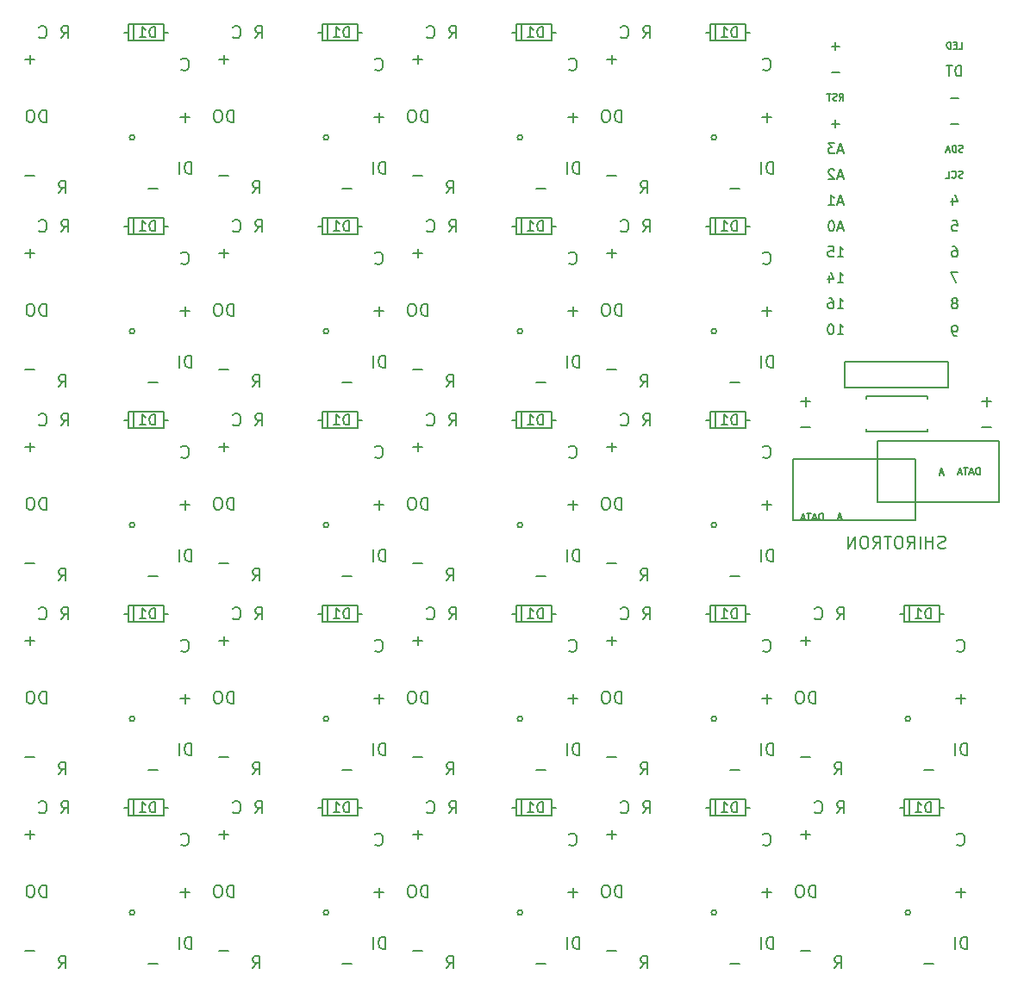
<source format=gbo>
G04 #@! TF.FileFunction,Legend,Bot*
%FSLAX46Y46*%
G04 Gerber Fmt 4.6, Leading zero omitted, Abs format (unit mm)*
G04 Created by KiCad (PCBNEW 4.0.7-e2-6376~61~ubuntu18.04.1) date Mon Jul 30 20:02:34 2018*
%MOMM*%
%LPD*%
G01*
G04 APERTURE LIST*
%ADD10C,0.150000*%
%ADD11C,0.200000*%
%ADD12C,0.167500*%
G04 APERTURE END LIST*
D10*
D11*
X170535001Y-97005714D02*
X170363572Y-97062857D01*
X170077858Y-97062857D01*
X169963572Y-97005714D01*
X169906429Y-96948571D01*
X169849286Y-96834286D01*
X169849286Y-96720000D01*
X169906429Y-96605714D01*
X169963572Y-96548571D01*
X170077858Y-96491429D01*
X170306429Y-96434286D01*
X170420715Y-96377143D01*
X170477858Y-96320000D01*
X170535001Y-96205714D01*
X170535001Y-96091429D01*
X170477858Y-95977143D01*
X170420715Y-95920000D01*
X170306429Y-95862857D01*
X170020715Y-95862857D01*
X169849286Y-95920000D01*
X169335001Y-97062857D02*
X169335001Y-95862857D01*
X169335001Y-96434286D02*
X168649286Y-96434286D01*
X168649286Y-97062857D02*
X168649286Y-95862857D01*
X168077858Y-97062857D02*
X168077858Y-95862857D01*
X166820714Y-97062857D02*
X167220714Y-96491429D01*
X167506429Y-97062857D02*
X167506429Y-95862857D01*
X167049286Y-95862857D01*
X166935000Y-95920000D01*
X166877857Y-95977143D01*
X166820714Y-96091429D01*
X166820714Y-96262857D01*
X166877857Y-96377143D01*
X166935000Y-96434286D01*
X167049286Y-96491429D01*
X167506429Y-96491429D01*
X166077857Y-95862857D02*
X165849286Y-95862857D01*
X165735000Y-95920000D01*
X165620714Y-96034286D01*
X165563572Y-96262857D01*
X165563572Y-96662857D01*
X165620714Y-96891429D01*
X165735000Y-97005714D01*
X165849286Y-97062857D01*
X166077857Y-97062857D01*
X166192143Y-97005714D01*
X166306429Y-96891429D01*
X166363572Y-96662857D01*
X166363572Y-96262857D01*
X166306429Y-96034286D01*
X166192143Y-95920000D01*
X166077857Y-95862857D01*
X165220714Y-95862857D02*
X164535000Y-95862857D01*
X164877857Y-97062857D02*
X164877857Y-95862857D01*
X163449285Y-97062857D02*
X163849285Y-96491429D01*
X164135000Y-97062857D02*
X164135000Y-95862857D01*
X163677857Y-95862857D01*
X163563571Y-95920000D01*
X163506428Y-95977143D01*
X163449285Y-96091429D01*
X163449285Y-96262857D01*
X163506428Y-96377143D01*
X163563571Y-96434286D01*
X163677857Y-96491429D01*
X164135000Y-96491429D01*
X162706428Y-95862857D02*
X162477857Y-95862857D01*
X162363571Y-95920000D01*
X162249285Y-96034286D01*
X162192143Y-96262857D01*
X162192143Y-96662857D01*
X162249285Y-96891429D01*
X162363571Y-97005714D01*
X162477857Y-97062857D01*
X162706428Y-97062857D01*
X162820714Y-97005714D01*
X162935000Y-96891429D01*
X162992143Y-96662857D01*
X162992143Y-96262857D01*
X162935000Y-96034286D01*
X162820714Y-95920000D01*
X162706428Y-95862857D01*
X161677857Y-97062857D02*
X161677857Y-95862857D01*
X160992142Y-97062857D01*
X160992142Y-95862857D01*
X157302143Y-106130714D02*
X156387857Y-106130714D01*
X156845000Y-106587857D02*
X156845000Y-105673571D01*
X159902571Y-104047857D02*
X160302571Y-103476429D01*
X160588286Y-104047857D02*
X160588286Y-102847857D01*
X160131143Y-102847857D01*
X160016857Y-102905000D01*
X159959714Y-102962143D01*
X159902571Y-103076429D01*
X159902571Y-103247857D01*
X159959714Y-103362143D01*
X160016857Y-103419286D01*
X160131143Y-103476429D01*
X160588286Y-103476429D01*
X157787857Y-112302857D02*
X157787857Y-111102857D01*
X157502142Y-111102857D01*
X157330714Y-111160000D01*
X157216428Y-111274286D01*
X157159285Y-111388571D01*
X157102142Y-111617143D01*
X157102142Y-111788571D01*
X157159285Y-112017143D01*
X157216428Y-112131429D01*
X157330714Y-112245714D01*
X157502142Y-112302857D01*
X157787857Y-112302857D01*
X156359285Y-111102857D02*
X156130714Y-111102857D01*
X156016428Y-111160000D01*
X155902142Y-111274286D01*
X155845000Y-111502857D01*
X155845000Y-111902857D01*
X155902142Y-112131429D01*
X156016428Y-112245714D01*
X156130714Y-112302857D01*
X156359285Y-112302857D01*
X156473571Y-112245714D01*
X156587857Y-112131429D01*
X156645000Y-111902857D01*
X156645000Y-111502857D01*
X156587857Y-111274286D01*
X156473571Y-111160000D01*
X156359285Y-111102857D01*
X157743571Y-103933571D02*
X157800714Y-103990714D01*
X157972143Y-104047857D01*
X158086429Y-104047857D01*
X158257857Y-103990714D01*
X158372143Y-103876429D01*
X158429286Y-103762143D01*
X158486429Y-103533571D01*
X158486429Y-103362143D01*
X158429286Y-103133571D01*
X158372143Y-103019286D01*
X158257857Y-102905000D01*
X158086429Y-102847857D01*
X157972143Y-102847857D01*
X157800714Y-102905000D01*
X157743571Y-102962143D01*
X172542143Y-111845714D02*
X171627857Y-111845714D01*
X172085000Y-112302857D02*
X172085000Y-111388571D01*
X171713571Y-107108571D02*
X171770714Y-107165714D01*
X171942143Y-107222857D01*
X172056429Y-107222857D01*
X172227857Y-107165714D01*
X172342143Y-107051429D01*
X172399286Y-106937143D01*
X172456429Y-106708571D01*
X172456429Y-106537143D01*
X172399286Y-106308571D01*
X172342143Y-106194286D01*
X172227857Y-106080000D01*
X172056429Y-106022857D01*
X171942143Y-106022857D01*
X171770714Y-106080000D01*
X171713571Y-106137143D01*
X157302143Y-117560714D02*
X156387857Y-117560714D01*
X172542143Y-130895714D02*
X171627857Y-130895714D01*
X172085000Y-131352857D02*
X172085000Y-130438571D01*
X172685000Y-136432857D02*
X172685000Y-135232857D01*
X172399285Y-135232857D01*
X172227857Y-135290000D01*
X172113571Y-135404286D01*
X172056428Y-135518571D01*
X171999285Y-135747143D01*
X171999285Y-135918571D01*
X172056428Y-136147143D01*
X172113571Y-136261429D01*
X172227857Y-136375714D01*
X172399285Y-136432857D01*
X172685000Y-136432857D01*
X171485000Y-136432857D02*
X171485000Y-135232857D01*
X169367143Y-137880714D02*
X168452857Y-137880714D01*
X171713571Y-126158571D02*
X171770714Y-126215714D01*
X171942143Y-126272857D01*
X172056429Y-126272857D01*
X172227857Y-126215714D01*
X172342143Y-126101429D01*
X172399286Y-125987143D01*
X172456429Y-125758571D01*
X172456429Y-125587143D01*
X172399286Y-125358571D01*
X172342143Y-125244286D01*
X172227857Y-125130000D01*
X172056429Y-125072857D01*
X171942143Y-125072857D01*
X171770714Y-125130000D01*
X171713571Y-125187143D01*
X157302143Y-136610714D02*
X156387857Y-136610714D01*
X159648571Y-138337857D02*
X160048571Y-137766429D01*
X160334286Y-138337857D02*
X160334286Y-137137857D01*
X159877143Y-137137857D01*
X159762857Y-137195000D01*
X159705714Y-137252143D01*
X159648571Y-137366429D01*
X159648571Y-137537857D01*
X159705714Y-137652143D01*
X159762857Y-137709286D01*
X159877143Y-137766429D01*
X160334286Y-137766429D01*
X157787857Y-131352857D02*
X157787857Y-130152857D01*
X157502142Y-130152857D01*
X157330714Y-130210000D01*
X157216428Y-130324286D01*
X157159285Y-130438571D01*
X157102142Y-130667143D01*
X157102142Y-130838571D01*
X157159285Y-131067143D01*
X157216428Y-131181429D01*
X157330714Y-131295714D01*
X157502142Y-131352857D01*
X157787857Y-131352857D01*
X156359285Y-130152857D02*
X156130714Y-130152857D01*
X156016428Y-130210000D01*
X155902142Y-130324286D01*
X155845000Y-130552857D01*
X155845000Y-130952857D01*
X155902142Y-131181429D01*
X156016428Y-131295714D01*
X156130714Y-131352857D01*
X156359285Y-131352857D01*
X156473571Y-131295714D01*
X156587857Y-131181429D01*
X156645000Y-130952857D01*
X156645000Y-130552857D01*
X156587857Y-130324286D01*
X156473571Y-130210000D01*
X156359285Y-130152857D01*
X159648571Y-119287857D02*
X160048571Y-118716429D01*
X160334286Y-119287857D02*
X160334286Y-118087857D01*
X159877143Y-118087857D01*
X159762857Y-118145000D01*
X159705714Y-118202143D01*
X159648571Y-118316429D01*
X159648571Y-118487857D01*
X159705714Y-118602143D01*
X159762857Y-118659286D01*
X159877143Y-118716429D01*
X160334286Y-118716429D01*
X159902571Y-123097857D02*
X160302571Y-122526429D01*
X160588286Y-123097857D02*
X160588286Y-121897857D01*
X160131143Y-121897857D01*
X160016857Y-121955000D01*
X159959714Y-122012143D01*
X159902571Y-122126429D01*
X159902571Y-122297857D01*
X159959714Y-122412143D01*
X160016857Y-122469286D01*
X160131143Y-122526429D01*
X160588286Y-122526429D01*
X172685000Y-117382857D02*
X172685000Y-116182857D01*
X172399285Y-116182857D01*
X172227857Y-116240000D01*
X172113571Y-116354286D01*
X172056428Y-116468571D01*
X171999285Y-116697143D01*
X171999285Y-116868571D01*
X172056428Y-117097143D01*
X172113571Y-117211429D01*
X172227857Y-117325714D01*
X172399285Y-117382857D01*
X172685000Y-117382857D01*
X171485000Y-117382857D02*
X171485000Y-116182857D01*
X169367143Y-118830714D02*
X168452857Y-118830714D01*
X157302143Y-125180714D02*
X156387857Y-125180714D01*
X156845000Y-125637857D02*
X156845000Y-124723571D01*
X157743571Y-122983571D02*
X157800714Y-123040714D01*
X157972143Y-123097857D01*
X158086429Y-123097857D01*
X158257857Y-123040714D01*
X158372143Y-122926429D01*
X158429286Y-122812143D01*
X158486429Y-122583571D01*
X158486429Y-122412143D01*
X158429286Y-122183571D01*
X158372143Y-122069286D01*
X158257857Y-121955000D01*
X158086429Y-121897857D01*
X157972143Y-121897857D01*
X157800714Y-121955000D01*
X157743571Y-122012143D01*
X138252143Y-136610714D02*
X137337857Y-136610714D01*
X119202143Y-136610714D02*
X118287857Y-136610714D01*
X100152143Y-136610714D02*
X99237857Y-136610714D01*
X81102143Y-136610714D02*
X80187857Y-136610714D01*
X138252143Y-117560714D02*
X137337857Y-117560714D01*
X119202143Y-117560714D02*
X118287857Y-117560714D01*
X100152143Y-117560714D02*
X99237857Y-117560714D01*
X81102143Y-117560714D02*
X80187857Y-117560714D01*
X138252143Y-98510714D02*
X137337857Y-98510714D01*
X119202143Y-98510714D02*
X118287857Y-98510714D01*
X100152143Y-98510714D02*
X99237857Y-98510714D01*
X81102143Y-98510714D02*
X80187857Y-98510714D01*
X138252143Y-79460714D02*
X137337857Y-79460714D01*
X119202143Y-79460714D02*
X118287857Y-79460714D01*
X100152143Y-79460714D02*
X99237857Y-79460714D01*
X81102143Y-79460714D02*
X80187857Y-79460714D01*
X138252143Y-60410714D02*
X137337857Y-60410714D01*
X119202143Y-60410714D02*
X118287857Y-60410714D01*
X100152143Y-60410714D02*
X99237857Y-60410714D01*
X140598571Y-138337857D02*
X140998571Y-137766429D01*
X141284286Y-138337857D02*
X141284286Y-137137857D01*
X140827143Y-137137857D01*
X140712857Y-137195000D01*
X140655714Y-137252143D01*
X140598571Y-137366429D01*
X140598571Y-137537857D01*
X140655714Y-137652143D01*
X140712857Y-137709286D01*
X140827143Y-137766429D01*
X141284286Y-137766429D01*
X121548571Y-138337857D02*
X121948571Y-137766429D01*
X122234286Y-138337857D02*
X122234286Y-137137857D01*
X121777143Y-137137857D01*
X121662857Y-137195000D01*
X121605714Y-137252143D01*
X121548571Y-137366429D01*
X121548571Y-137537857D01*
X121605714Y-137652143D01*
X121662857Y-137709286D01*
X121777143Y-137766429D01*
X122234286Y-137766429D01*
X102498571Y-138337857D02*
X102898571Y-137766429D01*
X103184286Y-138337857D02*
X103184286Y-137137857D01*
X102727143Y-137137857D01*
X102612857Y-137195000D01*
X102555714Y-137252143D01*
X102498571Y-137366429D01*
X102498571Y-137537857D01*
X102555714Y-137652143D01*
X102612857Y-137709286D01*
X102727143Y-137766429D01*
X103184286Y-137766429D01*
X83448571Y-138337857D02*
X83848571Y-137766429D01*
X84134286Y-138337857D02*
X84134286Y-137137857D01*
X83677143Y-137137857D01*
X83562857Y-137195000D01*
X83505714Y-137252143D01*
X83448571Y-137366429D01*
X83448571Y-137537857D01*
X83505714Y-137652143D01*
X83562857Y-137709286D01*
X83677143Y-137766429D01*
X84134286Y-137766429D01*
X140598571Y-119287857D02*
X140998571Y-118716429D01*
X141284286Y-119287857D02*
X141284286Y-118087857D01*
X140827143Y-118087857D01*
X140712857Y-118145000D01*
X140655714Y-118202143D01*
X140598571Y-118316429D01*
X140598571Y-118487857D01*
X140655714Y-118602143D01*
X140712857Y-118659286D01*
X140827143Y-118716429D01*
X141284286Y-118716429D01*
X121548571Y-119287857D02*
X121948571Y-118716429D01*
X122234286Y-119287857D02*
X122234286Y-118087857D01*
X121777143Y-118087857D01*
X121662857Y-118145000D01*
X121605714Y-118202143D01*
X121548571Y-118316429D01*
X121548571Y-118487857D01*
X121605714Y-118602143D01*
X121662857Y-118659286D01*
X121777143Y-118716429D01*
X122234286Y-118716429D01*
X102498571Y-119287857D02*
X102898571Y-118716429D01*
X103184286Y-119287857D02*
X103184286Y-118087857D01*
X102727143Y-118087857D01*
X102612857Y-118145000D01*
X102555714Y-118202143D01*
X102498571Y-118316429D01*
X102498571Y-118487857D01*
X102555714Y-118602143D01*
X102612857Y-118659286D01*
X102727143Y-118716429D01*
X103184286Y-118716429D01*
X83448571Y-119287857D02*
X83848571Y-118716429D01*
X84134286Y-119287857D02*
X84134286Y-118087857D01*
X83677143Y-118087857D01*
X83562857Y-118145000D01*
X83505714Y-118202143D01*
X83448571Y-118316429D01*
X83448571Y-118487857D01*
X83505714Y-118602143D01*
X83562857Y-118659286D01*
X83677143Y-118716429D01*
X84134286Y-118716429D01*
X140598571Y-100237857D02*
X140998571Y-99666429D01*
X141284286Y-100237857D02*
X141284286Y-99037857D01*
X140827143Y-99037857D01*
X140712857Y-99095000D01*
X140655714Y-99152143D01*
X140598571Y-99266429D01*
X140598571Y-99437857D01*
X140655714Y-99552143D01*
X140712857Y-99609286D01*
X140827143Y-99666429D01*
X141284286Y-99666429D01*
X121548571Y-100237857D02*
X121948571Y-99666429D01*
X122234286Y-100237857D02*
X122234286Y-99037857D01*
X121777143Y-99037857D01*
X121662857Y-99095000D01*
X121605714Y-99152143D01*
X121548571Y-99266429D01*
X121548571Y-99437857D01*
X121605714Y-99552143D01*
X121662857Y-99609286D01*
X121777143Y-99666429D01*
X122234286Y-99666429D01*
X102498571Y-100237857D02*
X102898571Y-99666429D01*
X103184286Y-100237857D02*
X103184286Y-99037857D01*
X102727143Y-99037857D01*
X102612857Y-99095000D01*
X102555714Y-99152143D01*
X102498571Y-99266429D01*
X102498571Y-99437857D01*
X102555714Y-99552143D01*
X102612857Y-99609286D01*
X102727143Y-99666429D01*
X103184286Y-99666429D01*
X83448571Y-100237857D02*
X83848571Y-99666429D01*
X84134286Y-100237857D02*
X84134286Y-99037857D01*
X83677143Y-99037857D01*
X83562857Y-99095000D01*
X83505714Y-99152143D01*
X83448571Y-99266429D01*
X83448571Y-99437857D01*
X83505714Y-99552143D01*
X83562857Y-99609286D01*
X83677143Y-99666429D01*
X84134286Y-99666429D01*
X140598571Y-81187857D02*
X140998571Y-80616429D01*
X141284286Y-81187857D02*
X141284286Y-79987857D01*
X140827143Y-79987857D01*
X140712857Y-80045000D01*
X140655714Y-80102143D01*
X140598571Y-80216429D01*
X140598571Y-80387857D01*
X140655714Y-80502143D01*
X140712857Y-80559286D01*
X140827143Y-80616429D01*
X141284286Y-80616429D01*
X121548571Y-81187857D02*
X121948571Y-80616429D01*
X122234286Y-81187857D02*
X122234286Y-79987857D01*
X121777143Y-79987857D01*
X121662857Y-80045000D01*
X121605714Y-80102143D01*
X121548571Y-80216429D01*
X121548571Y-80387857D01*
X121605714Y-80502143D01*
X121662857Y-80559286D01*
X121777143Y-80616429D01*
X122234286Y-80616429D01*
X102498571Y-81187857D02*
X102898571Y-80616429D01*
X103184286Y-81187857D02*
X103184286Y-79987857D01*
X102727143Y-79987857D01*
X102612857Y-80045000D01*
X102555714Y-80102143D01*
X102498571Y-80216429D01*
X102498571Y-80387857D01*
X102555714Y-80502143D01*
X102612857Y-80559286D01*
X102727143Y-80616429D01*
X103184286Y-80616429D01*
X83448571Y-81187857D02*
X83848571Y-80616429D01*
X84134286Y-81187857D02*
X84134286Y-79987857D01*
X83677143Y-79987857D01*
X83562857Y-80045000D01*
X83505714Y-80102143D01*
X83448571Y-80216429D01*
X83448571Y-80387857D01*
X83505714Y-80502143D01*
X83562857Y-80559286D01*
X83677143Y-80616429D01*
X84134286Y-80616429D01*
X140598571Y-62137857D02*
X140998571Y-61566429D01*
X141284286Y-62137857D02*
X141284286Y-60937857D01*
X140827143Y-60937857D01*
X140712857Y-60995000D01*
X140655714Y-61052143D01*
X140598571Y-61166429D01*
X140598571Y-61337857D01*
X140655714Y-61452143D01*
X140712857Y-61509286D01*
X140827143Y-61566429D01*
X141284286Y-61566429D01*
X121548571Y-62137857D02*
X121948571Y-61566429D01*
X122234286Y-62137857D02*
X122234286Y-60937857D01*
X121777143Y-60937857D01*
X121662857Y-60995000D01*
X121605714Y-61052143D01*
X121548571Y-61166429D01*
X121548571Y-61337857D01*
X121605714Y-61452143D01*
X121662857Y-61509286D01*
X121777143Y-61566429D01*
X122234286Y-61566429D01*
X102498571Y-62137857D02*
X102898571Y-61566429D01*
X103184286Y-62137857D02*
X103184286Y-60937857D01*
X102727143Y-60937857D01*
X102612857Y-60995000D01*
X102555714Y-61052143D01*
X102498571Y-61166429D01*
X102498571Y-61337857D01*
X102555714Y-61452143D01*
X102612857Y-61509286D01*
X102727143Y-61566429D01*
X103184286Y-61566429D01*
X138252143Y-125180714D02*
X137337857Y-125180714D01*
X137795000Y-125637857D02*
X137795000Y-124723571D01*
X119202143Y-125180714D02*
X118287857Y-125180714D01*
X118745000Y-125637857D02*
X118745000Y-124723571D01*
X100152143Y-125180714D02*
X99237857Y-125180714D01*
X99695000Y-125637857D02*
X99695000Y-124723571D01*
X81102143Y-125180714D02*
X80187857Y-125180714D01*
X80645000Y-125637857D02*
X80645000Y-124723571D01*
X138252143Y-106130714D02*
X137337857Y-106130714D01*
X137795000Y-106587857D02*
X137795000Y-105673571D01*
X119202143Y-106130714D02*
X118287857Y-106130714D01*
X118745000Y-106587857D02*
X118745000Y-105673571D01*
X100152143Y-106130714D02*
X99237857Y-106130714D01*
X99695000Y-106587857D02*
X99695000Y-105673571D01*
X81102143Y-106130714D02*
X80187857Y-106130714D01*
X80645000Y-106587857D02*
X80645000Y-105673571D01*
X138252143Y-87080714D02*
X137337857Y-87080714D01*
X137795000Y-87537857D02*
X137795000Y-86623571D01*
X119202143Y-87080714D02*
X118287857Y-87080714D01*
X118745000Y-87537857D02*
X118745000Y-86623571D01*
X100152143Y-87080714D02*
X99237857Y-87080714D01*
X99695000Y-87537857D02*
X99695000Y-86623571D01*
X81102143Y-87080714D02*
X80187857Y-87080714D01*
X80645000Y-87537857D02*
X80645000Y-86623571D01*
X138252143Y-68030714D02*
X137337857Y-68030714D01*
X137795000Y-68487857D02*
X137795000Y-67573571D01*
X119202143Y-68030714D02*
X118287857Y-68030714D01*
X118745000Y-68487857D02*
X118745000Y-67573571D01*
X100152143Y-68030714D02*
X99237857Y-68030714D01*
X99695000Y-68487857D02*
X99695000Y-67573571D01*
X81102143Y-68030714D02*
X80187857Y-68030714D01*
X80645000Y-68487857D02*
X80645000Y-67573571D01*
X138252143Y-48980714D02*
X137337857Y-48980714D01*
X137795000Y-49437857D02*
X137795000Y-48523571D01*
X119202143Y-48980714D02*
X118287857Y-48980714D01*
X118745000Y-49437857D02*
X118745000Y-48523571D01*
X100152143Y-48980714D02*
X99237857Y-48980714D01*
X99695000Y-49437857D02*
X99695000Y-48523571D01*
X138693571Y-122983571D02*
X138750714Y-123040714D01*
X138922143Y-123097857D01*
X139036429Y-123097857D01*
X139207857Y-123040714D01*
X139322143Y-122926429D01*
X139379286Y-122812143D01*
X139436429Y-122583571D01*
X139436429Y-122412143D01*
X139379286Y-122183571D01*
X139322143Y-122069286D01*
X139207857Y-121955000D01*
X139036429Y-121897857D01*
X138922143Y-121897857D01*
X138750714Y-121955000D01*
X138693571Y-122012143D01*
X119643571Y-122983571D02*
X119700714Y-123040714D01*
X119872143Y-123097857D01*
X119986429Y-123097857D01*
X120157857Y-123040714D01*
X120272143Y-122926429D01*
X120329286Y-122812143D01*
X120386429Y-122583571D01*
X120386429Y-122412143D01*
X120329286Y-122183571D01*
X120272143Y-122069286D01*
X120157857Y-121955000D01*
X119986429Y-121897857D01*
X119872143Y-121897857D01*
X119700714Y-121955000D01*
X119643571Y-122012143D01*
X100593571Y-122983571D02*
X100650714Y-123040714D01*
X100822143Y-123097857D01*
X100936429Y-123097857D01*
X101107857Y-123040714D01*
X101222143Y-122926429D01*
X101279286Y-122812143D01*
X101336429Y-122583571D01*
X101336429Y-122412143D01*
X101279286Y-122183571D01*
X101222143Y-122069286D01*
X101107857Y-121955000D01*
X100936429Y-121897857D01*
X100822143Y-121897857D01*
X100650714Y-121955000D01*
X100593571Y-122012143D01*
X81543571Y-122983571D02*
X81600714Y-123040714D01*
X81772143Y-123097857D01*
X81886429Y-123097857D01*
X82057857Y-123040714D01*
X82172143Y-122926429D01*
X82229286Y-122812143D01*
X82286429Y-122583571D01*
X82286429Y-122412143D01*
X82229286Y-122183571D01*
X82172143Y-122069286D01*
X82057857Y-121955000D01*
X81886429Y-121897857D01*
X81772143Y-121897857D01*
X81600714Y-121955000D01*
X81543571Y-122012143D01*
X138693571Y-103933571D02*
X138750714Y-103990714D01*
X138922143Y-104047857D01*
X139036429Y-104047857D01*
X139207857Y-103990714D01*
X139322143Y-103876429D01*
X139379286Y-103762143D01*
X139436429Y-103533571D01*
X139436429Y-103362143D01*
X139379286Y-103133571D01*
X139322143Y-103019286D01*
X139207857Y-102905000D01*
X139036429Y-102847857D01*
X138922143Y-102847857D01*
X138750714Y-102905000D01*
X138693571Y-102962143D01*
X119643571Y-103933571D02*
X119700714Y-103990714D01*
X119872143Y-104047857D01*
X119986429Y-104047857D01*
X120157857Y-103990714D01*
X120272143Y-103876429D01*
X120329286Y-103762143D01*
X120386429Y-103533571D01*
X120386429Y-103362143D01*
X120329286Y-103133571D01*
X120272143Y-103019286D01*
X120157857Y-102905000D01*
X119986429Y-102847857D01*
X119872143Y-102847857D01*
X119700714Y-102905000D01*
X119643571Y-102962143D01*
X100593571Y-103933571D02*
X100650714Y-103990714D01*
X100822143Y-104047857D01*
X100936429Y-104047857D01*
X101107857Y-103990714D01*
X101222143Y-103876429D01*
X101279286Y-103762143D01*
X101336429Y-103533571D01*
X101336429Y-103362143D01*
X101279286Y-103133571D01*
X101222143Y-103019286D01*
X101107857Y-102905000D01*
X100936429Y-102847857D01*
X100822143Y-102847857D01*
X100650714Y-102905000D01*
X100593571Y-102962143D01*
X81543571Y-103933571D02*
X81600714Y-103990714D01*
X81772143Y-104047857D01*
X81886429Y-104047857D01*
X82057857Y-103990714D01*
X82172143Y-103876429D01*
X82229286Y-103762143D01*
X82286429Y-103533571D01*
X82286429Y-103362143D01*
X82229286Y-103133571D01*
X82172143Y-103019286D01*
X82057857Y-102905000D01*
X81886429Y-102847857D01*
X81772143Y-102847857D01*
X81600714Y-102905000D01*
X81543571Y-102962143D01*
X138693571Y-84883571D02*
X138750714Y-84940714D01*
X138922143Y-84997857D01*
X139036429Y-84997857D01*
X139207857Y-84940714D01*
X139322143Y-84826429D01*
X139379286Y-84712143D01*
X139436429Y-84483571D01*
X139436429Y-84312143D01*
X139379286Y-84083571D01*
X139322143Y-83969286D01*
X139207857Y-83855000D01*
X139036429Y-83797857D01*
X138922143Y-83797857D01*
X138750714Y-83855000D01*
X138693571Y-83912143D01*
X119643571Y-84883571D02*
X119700714Y-84940714D01*
X119872143Y-84997857D01*
X119986429Y-84997857D01*
X120157857Y-84940714D01*
X120272143Y-84826429D01*
X120329286Y-84712143D01*
X120386429Y-84483571D01*
X120386429Y-84312143D01*
X120329286Y-84083571D01*
X120272143Y-83969286D01*
X120157857Y-83855000D01*
X119986429Y-83797857D01*
X119872143Y-83797857D01*
X119700714Y-83855000D01*
X119643571Y-83912143D01*
X100593571Y-84883571D02*
X100650714Y-84940714D01*
X100822143Y-84997857D01*
X100936429Y-84997857D01*
X101107857Y-84940714D01*
X101222143Y-84826429D01*
X101279286Y-84712143D01*
X101336429Y-84483571D01*
X101336429Y-84312143D01*
X101279286Y-84083571D01*
X101222143Y-83969286D01*
X101107857Y-83855000D01*
X100936429Y-83797857D01*
X100822143Y-83797857D01*
X100650714Y-83855000D01*
X100593571Y-83912143D01*
X81543571Y-84883571D02*
X81600714Y-84940714D01*
X81772143Y-84997857D01*
X81886429Y-84997857D01*
X82057857Y-84940714D01*
X82172143Y-84826429D01*
X82229286Y-84712143D01*
X82286429Y-84483571D01*
X82286429Y-84312143D01*
X82229286Y-84083571D01*
X82172143Y-83969286D01*
X82057857Y-83855000D01*
X81886429Y-83797857D01*
X81772143Y-83797857D01*
X81600714Y-83855000D01*
X81543571Y-83912143D01*
X138693571Y-65833571D02*
X138750714Y-65890714D01*
X138922143Y-65947857D01*
X139036429Y-65947857D01*
X139207857Y-65890714D01*
X139322143Y-65776429D01*
X139379286Y-65662143D01*
X139436429Y-65433571D01*
X139436429Y-65262143D01*
X139379286Y-65033571D01*
X139322143Y-64919286D01*
X139207857Y-64805000D01*
X139036429Y-64747857D01*
X138922143Y-64747857D01*
X138750714Y-64805000D01*
X138693571Y-64862143D01*
X119643571Y-65833571D02*
X119700714Y-65890714D01*
X119872143Y-65947857D01*
X119986429Y-65947857D01*
X120157857Y-65890714D01*
X120272143Y-65776429D01*
X120329286Y-65662143D01*
X120386429Y-65433571D01*
X120386429Y-65262143D01*
X120329286Y-65033571D01*
X120272143Y-64919286D01*
X120157857Y-64805000D01*
X119986429Y-64747857D01*
X119872143Y-64747857D01*
X119700714Y-64805000D01*
X119643571Y-64862143D01*
X100593571Y-65833571D02*
X100650714Y-65890714D01*
X100822143Y-65947857D01*
X100936429Y-65947857D01*
X101107857Y-65890714D01*
X101222143Y-65776429D01*
X101279286Y-65662143D01*
X101336429Y-65433571D01*
X101336429Y-65262143D01*
X101279286Y-65033571D01*
X101222143Y-64919286D01*
X101107857Y-64805000D01*
X100936429Y-64747857D01*
X100822143Y-64747857D01*
X100650714Y-64805000D01*
X100593571Y-64862143D01*
X81543571Y-65833571D02*
X81600714Y-65890714D01*
X81772143Y-65947857D01*
X81886429Y-65947857D01*
X82057857Y-65890714D01*
X82172143Y-65776429D01*
X82229286Y-65662143D01*
X82286429Y-65433571D01*
X82286429Y-65262143D01*
X82229286Y-65033571D01*
X82172143Y-64919286D01*
X82057857Y-64805000D01*
X81886429Y-64747857D01*
X81772143Y-64747857D01*
X81600714Y-64805000D01*
X81543571Y-64862143D01*
X138693571Y-46783571D02*
X138750714Y-46840714D01*
X138922143Y-46897857D01*
X139036429Y-46897857D01*
X139207857Y-46840714D01*
X139322143Y-46726429D01*
X139379286Y-46612143D01*
X139436429Y-46383571D01*
X139436429Y-46212143D01*
X139379286Y-45983571D01*
X139322143Y-45869286D01*
X139207857Y-45755000D01*
X139036429Y-45697857D01*
X138922143Y-45697857D01*
X138750714Y-45755000D01*
X138693571Y-45812143D01*
X119643571Y-46783571D02*
X119700714Y-46840714D01*
X119872143Y-46897857D01*
X119986429Y-46897857D01*
X120157857Y-46840714D01*
X120272143Y-46726429D01*
X120329286Y-46612143D01*
X120386429Y-46383571D01*
X120386429Y-46212143D01*
X120329286Y-45983571D01*
X120272143Y-45869286D01*
X120157857Y-45755000D01*
X119986429Y-45697857D01*
X119872143Y-45697857D01*
X119700714Y-45755000D01*
X119643571Y-45812143D01*
X100593571Y-46783571D02*
X100650714Y-46840714D01*
X100822143Y-46897857D01*
X100936429Y-46897857D01*
X101107857Y-46840714D01*
X101222143Y-46726429D01*
X101279286Y-46612143D01*
X101336429Y-46383571D01*
X101336429Y-46212143D01*
X101279286Y-45983571D01*
X101222143Y-45869286D01*
X101107857Y-45755000D01*
X100936429Y-45697857D01*
X100822143Y-45697857D01*
X100650714Y-45755000D01*
X100593571Y-45812143D01*
X140852571Y-123097857D02*
X141252571Y-122526429D01*
X141538286Y-123097857D02*
X141538286Y-121897857D01*
X141081143Y-121897857D01*
X140966857Y-121955000D01*
X140909714Y-122012143D01*
X140852571Y-122126429D01*
X140852571Y-122297857D01*
X140909714Y-122412143D01*
X140966857Y-122469286D01*
X141081143Y-122526429D01*
X141538286Y-122526429D01*
X121802571Y-123097857D02*
X122202571Y-122526429D01*
X122488286Y-123097857D02*
X122488286Y-121897857D01*
X122031143Y-121897857D01*
X121916857Y-121955000D01*
X121859714Y-122012143D01*
X121802571Y-122126429D01*
X121802571Y-122297857D01*
X121859714Y-122412143D01*
X121916857Y-122469286D01*
X122031143Y-122526429D01*
X122488286Y-122526429D01*
X102752571Y-123097857D02*
X103152571Y-122526429D01*
X103438286Y-123097857D02*
X103438286Y-121897857D01*
X102981143Y-121897857D01*
X102866857Y-121955000D01*
X102809714Y-122012143D01*
X102752571Y-122126429D01*
X102752571Y-122297857D01*
X102809714Y-122412143D01*
X102866857Y-122469286D01*
X102981143Y-122526429D01*
X103438286Y-122526429D01*
X83702571Y-123097857D02*
X84102571Y-122526429D01*
X84388286Y-123097857D02*
X84388286Y-121897857D01*
X83931143Y-121897857D01*
X83816857Y-121955000D01*
X83759714Y-122012143D01*
X83702571Y-122126429D01*
X83702571Y-122297857D01*
X83759714Y-122412143D01*
X83816857Y-122469286D01*
X83931143Y-122526429D01*
X84388286Y-122526429D01*
X140852571Y-104047857D02*
X141252571Y-103476429D01*
X141538286Y-104047857D02*
X141538286Y-102847857D01*
X141081143Y-102847857D01*
X140966857Y-102905000D01*
X140909714Y-102962143D01*
X140852571Y-103076429D01*
X140852571Y-103247857D01*
X140909714Y-103362143D01*
X140966857Y-103419286D01*
X141081143Y-103476429D01*
X141538286Y-103476429D01*
X121802571Y-104047857D02*
X122202571Y-103476429D01*
X122488286Y-104047857D02*
X122488286Y-102847857D01*
X122031143Y-102847857D01*
X121916857Y-102905000D01*
X121859714Y-102962143D01*
X121802571Y-103076429D01*
X121802571Y-103247857D01*
X121859714Y-103362143D01*
X121916857Y-103419286D01*
X122031143Y-103476429D01*
X122488286Y-103476429D01*
X102752571Y-104047857D02*
X103152571Y-103476429D01*
X103438286Y-104047857D02*
X103438286Y-102847857D01*
X102981143Y-102847857D01*
X102866857Y-102905000D01*
X102809714Y-102962143D01*
X102752571Y-103076429D01*
X102752571Y-103247857D01*
X102809714Y-103362143D01*
X102866857Y-103419286D01*
X102981143Y-103476429D01*
X103438286Y-103476429D01*
X83702571Y-104047857D02*
X84102571Y-103476429D01*
X84388286Y-104047857D02*
X84388286Y-102847857D01*
X83931143Y-102847857D01*
X83816857Y-102905000D01*
X83759714Y-102962143D01*
X83702571Y-103076429D01*
X83702571Y-103247857D01*
X83759714Y-103362143D01*
X83816857Y-103419286D01*
X83931143Y-103476429D01*
X84388286Y-103476429D01*
X140852571Y-84997857D02*
X141252571Y-84426429D01*
X141538286Y-84997857D02*
X141538286Y-83797857D01*
X141081143Y-83797857D01*
X140966857Y-83855000D01*
X140909714Y-83912143D01*
X140852571Y-84026429D01*
X140852571Y-84197857D01*
X140909714Y-84312143D01*
X140966857Y-84369286D01*
X141081143Y-84426429D01*
X141538286Y-84426429D01*
X121802571Y-84997857D02*
X122202571Y-84426429D01*
X122488286Y-84997857D02*
X122488286Y-83797857D01*
X122031143Y-83797857D01*
X121916857Y-83855000D01*
X121859714Y-83912143D01*
X121802571Y-84026429D01*
X121802571Y-84197857D01*
X121859714Y-84312143D01*
X121916857Y-84369286D01*
X122031143Y-84426429D01*
X122488286Y-84426429D01*
X102752571Y-84997857D02*
X103152571Y-84426429D01*
X103438286Y-84997857D02*
X103438286Y-83797857D01*
X102981143Y-83797857D01*
X102866857Y-83855000D01*
X102809714Y-83912143D01*
X102752571Y-84026429D01*
X102752571Y-84197857D01*
X102809714Y-84312143D01*
X102866857Y-84369286D01*
X102981143Y-84426429D01*
X103438286Y-84426429D01*
X83702571Y-84997857D02*
X84102571Y-84426429D01*
X84388286Y-84997857D02*
X84388286Y-83797857D01*
X83931143Y-83797857D01*
X83816857Y-83855000D01*
X83759714Y-83912143D01*
X83702571Y-84026429D01*
X83702571Y-84197857D01*
X83759714Y-84312143D01*
X83816857Y-84369286D01*
X83931143Y-84426429D01*
X84388286Y-84426429D01*
X140852571Y-65947857D02*
X141252571Y-65376429D01*
X141538286Y-65947857D02*
X141538286Y-64747857D01*
X141081143Y-64747857D01*
X140966857Y-64805000D01*
X140909714Y-64862143D01*
X140852571Y-64976429D01*
X140852571Y-65147857D01*
X140909714Y-65262143D01*
X140966857Y-65319286D01*
X141081143Y-65376429D01*
X141538286Y-65376429D01*
X121802571Y-65947857D02*
X122202571Y-65376429D01*
X122488286Y-65947857D02*
X122488286Y-64747857D01*
X122031143Y-64747857D01*
X121916857Y-64805000D01*
X121859714Y-64862143D01*
X121802571Y-64976429D01*
X121802571Y-65147857D01*
X121859714Y-65262143D01*
X121916857Y-65319286D01*
X122031143Y-65376429D01*
X122488286Y-65376429D01*
X102752571Y-65947857D02*
X103152571Y-65376429D01*
X103438286Y-65947857D02*
X103438286Y-64747857D01*
X102981143Y-64747857D01*
X102866857Y-64805000D01*
X102809714Y-64862143D01*
X102752571Y-64976429D01*
X102752571Y-65147857D01*
X102809714Y-65262143D01*
X102866857Y-65319286D01*
X102981143Y-65376429D01*
X103438286Y-65376429D01*
X83702571Y-65947857D02*
X84102571Y-65376429D01*
X84388286Y-65947857D02*
X84388286Y-64747857D01*
X83931143Y-64747857D01*
X83816857Y-64805000D01*
X83759714Y-64862143D01*
X83702571Y-64976429D01*
X83702571Y-65147857D01*
X83759714Y-65262143D01*
X83816857Y-65319286D01*
X83931143Y-65376429D01*
X84388286Y-65376429D01*
X140852571Y-46897857D02*
X141252571Y-46326429D01*
X141538286Y-46897857D02*
X141538286Y-45697857D01*
X141081143Y-45697857D01*
X140966857Y-45755000D01*
X140909714Y-45812143D01*
X140852571Y-45926429D01*
X140852571Y-46097857D01*
X140909714Y-46212143D01*
X140966857Y-46269286D01*
X141081143Y-46326429D01*
X141538286Y-46326429D01*
X121802571Y-46897857D02*
X122202571Y-46326429D01*
X122488286Y-46897857D02*
X122488286Y-45697857D01*
X122031143Y-45697857D01*
X121916857Y-45755000D01*
X121859714Y-45812143D01*
X121802571Y-45926429D01*
X121802571Y-46097857D01*
X121859714Y-46212143D01*
X121916857Y-46269286D01*
X122031143Y-46326429D01*
X122488286Y-46326429D01*
X102752571Y-46897857D02*
X103152571Y-46326429D01*
X103438286Y-46897857D02*
X103438286Y-45697857D01*
X102981143Y-45697857D01*
X102866857Y-45755000D01*
X102809714Y-45812143D01*
X102752571Y-45926429D01*
X102752571Y-46097857D01*
X102809714Y-46212143D01*
X102866857Y-46269286D01*
X102981143Y-46326429D01*
X103438286Y-46326429D01*
X138737857Y-131352857D02*
X138737857Y-130152857D01*
X138452142Y-130152857D01*
X138280714Y-130210000D01*
X138166428Y-130324286D01*
X138109285Y-130438571D01*
X138052142Y-130667143D01*
X138052142Y-130838571D01*
X138109285Y-131067143D01*
X138166428Y-131181429D01*
X138280714Y-131295714D01*
X138452142Y-131352857D01*
X138737857Y-131352857D01*
X137309285Y-130152857D02*
X137080714Y-130152857D01*
X136966428Y-130210000D01*
X136852142Y-130324286D01*
X136795000Y-130552857D01*
X136795000Y-130952857D01*
X136852142Y-131181429D01*
X136966428Y-131295714D01*
X137080714Y-131352857D01*
X137309285Y-131352857D01*
X137423571Y-131295714D01*
X137537857Y-131181429D01*
X137595000Y-130952857D01*
X137595000Y-130552857D01*
X137537857Y-130324286D01*
X137423571Y-130210000D01*
X137309285Y-130152857D01*
X119687857Y-131352857D02*
X119687857Y-130152857D01*
X119402142Y-130152857D01*
X119230714Y-130210000D01*
X119116428Y-130324286D01*
X119059285Y-130438571D01*
X119002142Y-130667143D01*
X119002142Y-130838571D01*
X119059285Y-131067143D01*
X119116428Y-131181429D01*
X119230714Y-131295714D01*
X119402142Y-131352857D01*
X119687857Y-131352857D01*
X118259285Y-130152857D02*
X118030714Y-130152857D01*
X117916428Y-130210000D01*
X117802142Y-130324286D01*
X117745000Y-130552857D01*
X117745000Y-130952857D01*
X117802142Y-131181429D01*
X117916428Y-131295714D01*
X118030714Y-131352857D01*
X118259285Y-131352857D01*
X118373571Y-131295714D01*
X118487857Y-131181429D01*
X118545000Y-130952857D01*
X118545000Y-130552857D01*
X118487857Y-130324286D01*
X118373571Y-130210000D01*
X118259285Y-130152857D01*
X100637857Y-131352857D02*
X100637857Y-130152857D01*
X100352142Y-130152857D01*
X100180714Y-130210000D01*
X100066428Y-130324286D01*
X100009285Y-130438571D01*
X99952142Y-130667143D01*
X99952142Y-130838571D01*
X100009285Y-131067143D01*
X100066428Y-131181429D01*
X100180714Y-131295714D01*
X100352142Y-131352857D01*
X100637857Y-131352857D01*
X99209285Y-130152857D02*
X98980714Y-130152857D01*
X98866428Y-130210000D01*
X98752142Y-130324286D01*
X98695000Y-130552857D01*
X98695000Y-130952857D01*
X98752142Y-131181429D01*
X98866428Y-131295714D01*
X98980714Y-131352857D01*
X99209285Y-131352857D01*
X99323571Y-131295714D01*
X99437857Y-131181429D01*
X99495000Y-130952857D01*
X99495000Y-130552857D01*
X99437857Y-130324286D01*
X99323571Y-130210000D01*
X99209285Y-130152857D01*
X82222857Y-131352857D02*
X82222857Y-130152857D01*
X81937142Y-130152857D01*
X81765714Y-130210000D01*
X81651428Y-130324286D01*
X81594285Y-130438571D01*
X81537142Y-130667143D01*
X81537142Y-130838571D01*
X81594285Y-131067143D01*
X81651428Y-131181429D01*
X81765714Y-131295714D01*
X81937142Y-131352857D01*
X82222857Y-131352857D01*
X80794285Y-130152857D02*
X80565714Y-130152857D01*
X80451428Y-130210000D01*
X80337142Y-130324286D01*
X80280000Y-130552857D01*
X80280000Y-130952857D01*
X80337142Y-131181429D01*
X80451428Y-131295714D01*
X80565714Y-131352857D01*
X80794285Y-131352857D01*
X80908571Y-131295714D01*
X81022857Y-131181429D01*
X81080000Y-130952857D01*
X81080000Y-130552857D01*
X81022857Y-130324286D01*
X80908571Y-130210000D01*
X80794285Y-130152857D01*
X138737857Y-112302857D02*
X138737857Y-111102857D01*
X138452142Y-111102857D01*
X138280714Y-111160000D01*
X138166428Y-111274286D01*
X138109285Y-111388571D01*
X138052142Y-111617143D01*
X138052142Y-111788571D01*
X138109285Y-112017143D01*
X138166428Y-112131429D01*
X138280714Y-112245714D01*
X138452142Y-112302857D01*
X138737857Y-112302857D01*
X137309285Y-111102857D02*
X137080714Y-111102857D01*
X136966428Y-111160000D01*
X136852142Y-111274286D01*
X136795000Y-111502857D01*
X136795000Y-111902857D01*
X136852142Y-112131429D01*
X136966428Y-112245714D01*
X137080714Y-112302857D01*
X137309285Y-112302857D01*
X137423571Y-112245714D01*
X137537857Y-112131429D01*
X137595000Y-111902857D01*
X137595000Y-111502857D01*
X137537857Y-111274286D01*
X137423571Y-111160000D01*
X137309285Y-111102857D01*
X119687857Y-112302857D02*
X119687857Y-111102857D01*
X119402142Y-111102857D01*
X119230714Y-111160000D01*
X119116428Y-111274286D01*
X119059285Y-111388571D01*
X119002142Y-111617143D01*
X119002142Y-111788571D01*
X119059285Y-112017143D01*
X119116428Y-112131429D01*
X119230714Y-112245714D01*
X119402142Y-112302857D01*
X119687857Y-112302857D01*
X118259285Y-111102857D02*
X118030714Y-111102857D01*
X117916428Y-111160000D01*
X117802142Y-111274286D01*
X117745000Y-111502857D01*
X117745000Y-111902857D01*
X117802142Y-112131429D01*
X117916428Y-112245714D01*
X118030714Y-112302857D01*
X118259285Y-112302857D01*
X118373571Y-112245714D01*
X118487857Y-112131429D01*
X118545000Y-111902857D01*
X118545000Y-111502857D01*
X118487857Y-111274286D01*
X118373571Y-111160000D01*
X118259285Y-111102857D01*
X100637857Y-112302857D02*
X100637857Y-111102857D01*
X100352142Y-111102857D01*
X100180714Y-111160000D01*
X100066428Y-111274286D01*
X100009285Y-111388571D01*
X99952142Y-111617143D01*
X99952142Y-111788571D01*
X100009285Y-112017143D01*
X100066428Y-112131429D01*
X100180714Y-112245714D01*
X100352142Y-112302857D01*
X100637857Y-112302857D01*
X99209285Y-111102857D02*
X98980714Y-111102857D01*
X98866428Y-111160000D01*
X98752142Y-111274286D01*
X98695000Y-111502857D01*
X98695000Y-111902857D01*
X98752142Y-112131429D01*
X98866428Y-112245714D01*
X98980714Y-112302857D01*
X99209285Y-112302857D01*
X99323571Y-112245714D01*
X99437857Y-112131429D01*
X99495000Y-111902857D01*
X99495000Y-111502857D01*
X99437857Y-111274286D01*
X99323571Y-111160000D01*
X99209285Y-111102857D01*
X82222857Y-112302857D02*
X82222857Y-111102857D01*
X81937142Y-111102857D01*
X81765714Y-111160000D01*
X81651428Y-111274286D01*
X81594285Y-111388571D01*
X81537142Y-111617143D01*
X81537142Y-111788571D01*
X81594285Y-112017143D01*
X81651428Y-112131429D01*
X81765714Y-112245714D01*
X81937142Y-112302857D01*
X82222857Y-112302857D01*
X80794285Y-111102857D02*
X80565714Y-111102857D01*
X80451428Y-111160000D01*
X80337142Y-111274286D01*
X80280000Y-111502857D01*
X80280000Y-111902857D01*
X80337142Y-112131429D01*
X80451428Y-112245714D01*
X80565714Y-112302857D01*
X80794285Y-112302857D01*
X80908571Y-112245714D01*
X81022857Y-112131429D01*
X81080000Y-111902857D01*
X81080000Y-111502857D01*
X81022857Y-111274286D01*
X80908571Y-111160000D01*
X80794285Y-111102857D01*
X138737857Y-93252857D02*
X138737857Y-92052857D01*
X138452142Y-92052857D01*
X138280714Y-92110000D01*
X138166428Y-92224286D01*
X138109285Y-92338571D01*
X138052142Y-92567143D01*
X138052142Y-92738571D01*
X138109285Y-92967143D01*
X138166428Y-93081429D01*
X138280714Y-93195714D01*
X138452142Y-93252857D01*
X138737857Y-93252857D01*
X137309285Y-92052857D02*
X137080714Y-92052857D01*
X136966428Y-92110000D01*
X136852142Y-92224286D01*
X136795000Y-92452857D01*
X136795000Y-92852857D01*
X136852142Y-93081429D01*
X136966428Y-93195714D01*
X137080714Y-93252857D01*
X137309285Y-93252857D01*
X137423571Y-93195714D01*
X137537857Y-93081429D01*
X137595000Y-92852857D01*
X137595000Y-92452857D01*
X137537857Y-92224286D01*
X137423571Y-92110000D01*
X137309285Y-92052857D01*
X119687857Y-93252857D02*
X119687857Y-92052857D01*
X119402142Y-92052857D01*
X119230714Y-92110000D01*
X119116428Y-92224286D01*
X119059285Y-92338571D01*
X119002142Y-92567143D01*
X119002142Y-92738571D01*
X119059285Y-92967143D01*
X119116428Y-93081429D01*
X119230714Y-93195714D01*
X119402142Y-93252857D01*
X119687857Y-93252857D01*
X118259285Y-92052857D02*
X118030714Y-92052857D01*
X117916428Y-92110000D01*
X117802142Y-92224286D01*
X117745000Y-92452857D01*
X117745000Y-92852857D01*
X117802142Y-93081429D01*
X117916428Y-93195714D01*
X118030714Y-93252857D01*
X118259285Y-93252857D01*
X118373571Y-93195714D01*
X118487857Y-93081429D01*
X118545000Y-92852857D01*
X118545000Y-92452857D01*
X118487857Y-92224286D01*
X118373571Y-92110000D01*
X118259285Y-92052857D01*
X100637857Y-93252857D02*
X100637857Y-92052857D01*
X100352142Y-92052857D01*
X100180714Y-92110000D01*
X100066428Y-92224286D01*
X100009285Y-92338571D01*
X99952142Y-92567143D01*
X99952142Y-92738571D01*
X100009285Y-92967143D01*
X100066428Y-93081429D01*
X100180714Y-93195714D01*
X100352142Y-93252857D01*
X100637857Y-93252857D01*
X99209285Y-92052857D02*
X98980714Y-92052857D01*
X98866428Y-92110000D01*
X98752142Y-92224286D01*
X98695000Y-92452857D01*
X98695000Y-92852857D01*
X98752142Y-93081429D01*
X98866428Y-93195714D01*
X98980714Y-93252857D01*
X99209285Y-93252857D01*
X99323571Y-93195714D01*
X99437857Y-93081429D01*
X99495000Y-92852857D01*
X99495000Y-92452857D01*
X99437857Y-92224286D01*
X99323571Y-92110000D01*
X99209285Y-92052857D01*
X82222857Y-93252857D02*
X82222857Y-92052857D01*
X81937142Y-92052857D01*
X81765714Y-92110000D01*
X81651428Y-92224286D01*
X81594285Y-92338571D01*
X81537142Y-92567143D01*
X81537142Y-92738571D01*
X81594285Y-92967143D01*
X81651428Y-93081429D01*
X81765714Y-93195714D01*
X81937142Y-93252857D01*
X82222857Y-93252857D01*
X80794285Y-92052857D02*
X80565714Y-92052857D01*
X80451428Y-92110000D01*
X80337142Y-92224286D01*
X80280000Y-92452857D01*
X80280000Y-92852857D01*
X80337142Y-93081429D01*
X80451428Y-93195714D01*
X80565714Y-93252857D01*
X80794285Y-93252857D01*
X80908571Y-93195714D01*
X81022857Y-93081429D01*
X81080000Y-92852857D01*
X81080000Y-92452857D01*
X81022857Y-92224286D01*
X80908571Y-92110000D01*
X80794285Y-92052857D01*
X138737857Y-74202857D02*
X138737857Y-73002857D01*
X138452142Y-73002857D01*
X138280714Y-73060000D01*
X138166428Y-73174286D01*
X138109285Y-73288571D01*
X138052142Y-73517143D01*
X138052142Y-73688571D01*
X138109285Y-73917143D01*
X138166428Y-74031429D01*
X138280714Y-74145714D01*
X138452142Y-74202857D01*
X138737857Y-74202857D01*
X137309285Y-73002857D02*
X137080714Y-73002857D01*
X136966428Y-73060000D01*
X136852142Y-73174286D01*
X136795000Y-73402857D01*
X136795000Y-73802857D01*
X136852142Y-74031429D01*
X136966428Y-74145714D01*
X137080714Y-74202857D01*
X137309285Y-74202857D01*
X137423571Y-74145714D01*
X137537857Y-74031429D01*
X137595000Y-73802857D01*
X137595000Y-73402857D01*
X137537857Y-73174286D01*
X137423571Y-73060000D01*
X137309285Y-73002857D01*
X119687857Y-74202857D02*
X119687857Y-73002857D01*
X119402142Y-73002857D01*
X119230714Y-73060000D01*
X119116428Y-73174286D01*
X119059285Y-73288571D01*
X119002142Y-73517143D01*
X119002142Y-73688571D01*
X119059285Y-73917143D01*
X119116428Y-74031429D01*
X119230714Y-74145714D01*
X119402142Y-74202857D01*
X119687857Y-74202857D01*
X118259285Y-73002857D02*
X118030714Y-73002857D01*
X117916428Y-73060000D01*
X117802142Y-73174286D01*
X117745000Y-73402857D01*
X117745000Y-73802857D01*
X117802142Y-74031429D01*
X117916428Y-74145714D01*
X118030714Y-74202857D01*
X118259285Y-74202857D01*
X118373571Y-74145714D01*
X118487857Y-74031429D01*
X118545000Y-73802857D01*
X118545000Y-73402857D01*
X118487857Y-73174286D01*
X118373571Y-73060000D01*
X118259285Y-73002857D01*
X100637857Y-74202857D02*
X100637857Y-73002857D01*
X100352142Y-73002857D01*
X100180714Y-73060000D01*
X100066428Y-73174286D01*
X100009285Y-73288571D01*
X99952142Y-73517143D01*
X99952142Y-73688571D01*
X100009285Y-73917143D01*
X100066428Y-74031429D01*
X100180714Y-74145714D01*
X100352142Y-74202857D01*
X100637857Y-74202857D01*
X99209285Y-73002857D02*
X98980714Y-73002857D01*
X98866428Y-73060000D01*
X98752142Y-73174286D01*
X98695000Y-73402857D01*
X98695000Y-73802857D01*
X98752142Y-74031429D01*
X98866428Y-74145714D01*
X98980714Y-74202857D01*
X99209285Y-74202857D01*
X99323571Y-74145714D01*
X99437857Y-74031429D01*
X99495000Y-73802857D01*
X99495000Y-73402857D01*
X99437857Y-73174286D01*
X99323571Y-73060000D01*
X99209285Y-73002857D01*
X82222857Y-74202857D02*
X82222857Y-73002857D01*
X81937142Y-73002857D01*
X81765714Y-73060000D01*
X81651428Y-73174286D01*
X81594285Y-73288571D01*
X81537142Y-73517143D01*
X81537142Y-73688571D01*
X81594285Y-73917143D01*
X81651428Y-74031429D01*
X81765714Y-74145714D01*
X81937142Y-74202857D01*
X82222857Y-74202857D01*
X80794285Y-73002857D02*
X80565714Y-73002857D01*
X80451428Y-73060000D01*
X80337142Y-73174286D01*
X80280000Y-73402857D01*
X80280000Y-73802857D01*
X80337142Y-74031429D01*
X80451428Y-74145714D01*
X80565714Y-74202857D01*
X80794285Y-74202857D01*
X80908571Y-74145714D01*
X81022857Y-74031429D01*
X81080000Y-73802857D01*
X81080000Y-73402857D01*
X81022857Y-73174286D01*
X80908571Y-73060000D01*
X80794285Y-73002857D01*
X138737857Y-55152857D02*
X138737857Y-53952857D01*
X138452142Y-53952857D01*
X138280714Y-54010000D01*
X138166428Y-54124286D01*
X138109285Y-54238571D01*
X138052142Y-54467143D01*
X138052142Y-54638571D01*
X138109285Y-54867143D01*
X138166428Y-54981429D01*
X138280714Y-55095714D01*
X138452142Y-55152857D01*
X138737857Y-55152857D01*
X137309285Y-53952857D02*
X137080714Y-53952857D01*
X136966428Y-54010000D01*
X136852142Y-54124286D01*
X136795000Y-54352857D01*
X136795000Y-54752857D01*
X136852142Y-54981429D01*
X136966428Y-55095714D01*
X137080714Y-55152857D01*
X137309285Y-55152857D01*
X137423571Y-55095714D01*
X137537857Y-54981429D01*
X137595000Y-54752857D01*
X137595000Y-54352857D01*
X137537857Y-54124286D01*
X137423571Y-54010000D01*
X137309285Y-53952857D01*
X119687857Y-55152857D02*
X119687857Y-53952857D01*
X119402142Y-53952857D01*
X119230714Y-54010000D01*
X119116428Y-54124286D01*
X119059285Y-54238571D01*
X119002142Y-54467143D01*
X119002142Y-54638571D01*
X119059285Y-54867143D01*
X119116428Y-54981429D01*
X119230714Y-55095714D01*
X119402142Y-55152857D01*
X119687857Y-55152857D01*
X118259285Y-53952857D02*
X118030714Y-53952857D01*
X117916428Y-54010000D01*
X117802142Y-54124286D01*
X117745000Y-54352857D01*
X117745000Y-54752857D01*
X117802142Y-54981429D01*
X117916428Y-55095714D01*
X118030714Y-55152857D01*
X118259285Y-55152857D01*
X118373571Y-55095714D01*
X118487857Y-54981429D01*
X118545000Y-54752857D01*
X118545000Y-54352857D01*
X118487857Y-54124286D01*
X118373571Y-54010000D01*
X118259285Y-53952857D01*
X100637857Y-55152857D02*
X100637857Y-53952857D01*
X100352142Y-53952857D01*
X100180714Y-54010000D01*
X100066428Y-54124286D01*
X100009285Y-54238571D01*
X99952142Y-54467143D01*
X99952142Y-54638571D01*
X100009285Y-54867143D01*
X100066428Y-54981429D01*
X100180714Y-55095714D01*
X100352142Y-55152857D01*
X100637857Y-55152857D01*
X99209285Y-53952857D02*
X98980714Y-53952857D01*
X98866428Y-54010000D01*
X98752142Y-54124286D01*
X98695000Y-54352857D01*
X98695000Y-54752857D01*
X98752142Y-54981429D01*
X98866428Y-55095714D01*
X98980714Y-55152857D01*
X99209285Y-55152857D01*
X99323571Y-55095714D01*
X99437857Y-54981429D01*
X99495000Y-54752857D01*
X99495000Y-54352857D01*
X99437857Y-54124286D01*
X99323571Y-54010000D01*
X99209285Y-53952857D01*
X153492143Y-130895714D02*
X152577857Y-130895714D01*
X153035000Y-131352857D02*
X153035000Y-130438571D01*
X134442143Y-130895714D02*
X133527857Y-130895714D01*
X133985000Y-131352857D02*
X133985000Y-130438571D01*
X115392143Y-130895714D02*
X114477857Y-130895714D01*
X114935000Y-131352857D02*
X114935000Y-130438571D01*
X96342143Y-130895714D02*
X95427857Y-130895714D01*
X95885000Y-131352857D02*
X95885000Y-130438571D01*
X153492143Y-111845714D02*
X152577857Y-111845714D01*
X153035000Y-112302857D02*
X153035000Y-111388571D01*
X134442143Y-111845714D02*
X133527857Y-111845714D01*
X133985000Y-112302857D02*
X133985000Y-111388571D01*
X115392143Y-111845714D02*
X114477857Y-111845714D01*
X114935000Y-112302857D02*
X114935000Y-111388571D01*
X96342143Y-111845714D02*
X95427857Y-111845714D01*
X95885000Y-112302857D02*
X95885000Y-111388571D01*
X153492143Y-92795714D02*
X152577857Y-92795714D01*
X153035000Y-93252857D02*
X153035000Y-92338571D01*
X134442143Y-92795714D02*
X133527857Y-92795714D01*
X133985000Y-93252857D02*
X133985000Y-92338571D01*
X115392143Y-92795714D02*
X114477857Y-92795714D01*
X114935000Y-93252857D02*
X114935000Y-92338571D01*
X96342143Y-92795714D02*
X95427857Y-92795714D01*
X95885000Y-93252857D02*
X95885000Y-92338571D01*
X153492143Y-73745714D02*
X152577857Y-73745714D01*
X153035000Y-74202857D02*
X153035000Y-73288571D01*
X134442143Y-73745714D02*
X133527857Y-73745714D01*
X133985000Y-74202857D02*
X133985000Y-73288571D01*
X115392143Y-73745714D02*
X114477857Y-73745714D01*
X114935000Y-74202857D02*
X114935000Y-73288571D01*
X96342143Y-73745714D02*
X95427857Y-73745714D01*
X95885000Y-74202857D02*
X95885000Y-73288571D01*
X153492143Y-54695714D02*
X152577857Y-54695714D01*
X153035000Y-55152857D02*
X153035000Y-54238571D01*
X134442143Y-54695714D02*
X133527857Y-54695714D01*
X133985000Y-55152857D02*
X133985000Y-54238571D01*
X115392143Y-54695714D02*
X114477857Y-54695714D01*
X114935000Y-55152857D02*
X114935000Y-54238571D01*
X152663571Y-126158571D02*
X152720714Y-126215714D01*
X152892143Y-126272857D01*
X153006429Y-126272857D01*
X153177857Y-126215714D01*
X153292143Y-126101429D01*
X153349286Y-125987143D01*
X153406429Y-125758571D01*
X153406429Y-125587143D01*
X153349286Y-125358571D01*
X153292143Y-125244286D01*
X153177857Y-125130000D01*
X153006429Y-125072857D01*
X152892143Y-125072857D01*
X152720714Y-125130000D01*
X152663571Y-125187143D01*
X133613571Y-126158571D02*
X133670714Y-126215714D01*
X133842143Y-126272857D01*
X133956429Y-126272857D01*
X134127857Y-126215714D01*
X134242143Y-126101429D01*
X134299286Y-125987143D01*
X134356429Y-125758571D01*
X134356429Y-125587143D01*
X134299286Y-125358571D01*
X134242143Y-125244286D01*
X134127857Y-125130000D01*
X133956429Y-125072857D01*
X133842143Y-125072857D01*
X133670714Y-125130000D01*
X133613571Y-125187143D01*
X114563571Y-126158571D02*
X114620714Y-126215714D01*
X114792143Y-126272857D01*
X114906429Y-126272857D01*
X115077857Y-126215714D01*
X115192143Y-126101429D01*
X115249286Y-125987143D01*
X115306429Y-125758571D01*
X115306429Y-125587143D01*
X115249286Y-125358571D01*
X115192143Y-125244286D01*
X115077857Y-125130000D01*
X114906429Y-125072857D01*
X114792143Y-125072857D01*
X114620714Y-125130000D01*
X114563571Y-125187143D01*
X95513571Y-126158571D02*
X95570714Y-126215714D01*
X95742143Y-126272857D01*
X95856429Y-126272857D01*
X96027857Y-126215714D01*
X96142143Y-126101429D01*
X96199286Y-125987143D01*
X96256429Y-125758571D01*
X96256429Y-125587143D01*
X96199286Y-125358571D01*
X96142143Y-125244286D01*
X96027857Y-125130000D01*
X95856429Y-125072857D01*
X95742143Y-125072857D01*
X95570714Y-125130000D01*
X95513571Y-125187143D01*
X152663571Y-107108571D02*
X152720714Y-107165714D01*
X152892143Y-107222857D01*
X153006429Y-107222857D01*
X153177857Y-107165714D01*
X153292143Y-107051429D01*
X153349286Y-106937143D01*
X153406429Y-106708571D01*
X153406429Y-106537143D01*
X153349286Y-106308571D01*
X153292143Y-106194286D01*
X153177857Y-106080000D01*
X153006429Y-106022857D01*
X152892143Y-106022857D01*
X152720714Y-106080000D01*
X152663571Y-106137143D01*
X133613571Y-107108571D02*
X133670714Y-107165714D01*
X133842143Y-107222857D01*
X133956429Y-107222857D01*
X134127857Y-107165714D01*
X134242143Y-107051429D01*
X134299286Y-106937143D01*
X134356429Y-106708571D01*
X134356429Y-106537143D01*
X134299286Y-106308571D01*
X134242143Y-106194286D01*
X134127857Y-106080000D01*
X133956429Y-106022857D01*
X133842143Y-106022857D01*
X133670714Y-106080000D01*
X133613571Y-106137143D01*
X114563571Y-107108571D02*
X114620714Y-107165714D01*
X114792143Y-107222857D01*
X114906429Y-107222857D01*
X115077857Y-107165714D01*
X115192143Y-107051429D01*
X115249286Y-106937143D01*
X115306429Y-106708571D01*
X115306429Y-106537143D01*
X115249286Y-106308571D01*
X115192143Y-106194286D01*
X115077857Y-106080000D01*
X114906429Y-106022857D01*
X114792143Y-106022857D01*
X114620714Y-106080000D01*
X114563571Y-106137143D01*
X95513571Y-107108571D02*
X95570714Y-107165714D01*
X95742143Y-107222857D01*
X95856429Y-107222857D01*
X96027857Y-107165714D01*
X96142143Y-107051429D01*
X96199286Y-106937143D01*
X96256429Y-106708571D01*
X96256429Y-106537143D01*
X96199286Y-106308571D01*
X96142143Y-106194286D01*
X96027857Y-106080000D01*
X95856429Y-106022857D01*
X95742143Y-106022857D01*
X95570714Y-106080000D01*
X95513571Y-106137143D01*
X152663571Y-88058571D02*
X152720714Y-88115714D01*
X152892143Y-88172857D01*
X153006429Y-88172857D01*
X153177857Y-88115714D01*
X153292143Y-88001429D01*
X153349286Y-87887143D01*
X153406429Y-87658571D01*
X153406429Y-87487143D01*
X153349286Y-87258571D01*
X153292143Y-87144286D01*
X153177857Y-87030000D01*
X153006429Y-86972857D01*
X152892143Y-86972857D01*
X152720714Y-87030000D01*
X152663571Y-87087143D01*
X133613571Y-88058571D02*
X133670714Y-88115714D01*
X133842143Y-88172857D01*
X133956429Y-88172857D01*
X134127857Y-88115714D01*
X134242143Y-88001429D01*
X134299286Y-87887143D01*
X134356429Y-87658571D01*
X134356429Y-87487143D01*
X134299286Y-87258571D01*
X134242143Y-87144286D01*
X134127857Y-87030000D01*
X133956429Y-86972857D01*
X133842143Y-86972857D01*
X133670714Y-87030000D01*
X133613571Y-87087143D01*
X114563571Y-88058571D02*
X114620714Y-88115714D01*
X114792143Y-88172857D01*
X114906429Y-88172857D01*
X115077857Y-88115714D01*
X115192143Y-88001429D01*
X115249286Y-87887143D01*
X115306429Y-87658571D01*
X115306429Y-87487143D01*
X115249286Y-87258571D01*
X115192143Y-87144286D01*
X115077857Y-87030000D01*
X114906429Y-86972857D01*
X114792143Y-86972857D01*
X114620714Y-87030000D01*
X114563571Y-87087143D01*
X95513571Y-88058571D02*
X95570714Y-88115714D01*
X95742143Y-88172857D01*
X95856429Y-88172857D01*
X96027857Y-88115714D01*
X96142143Y-88001429D01*
X96199286Y-87887143D01*
X96256429Y-87658571D01*
X96256429Y-87487143D01*
X96199286Y-87258571D01*
X96142143Y-87144286D01*
X96027857Y-87030000D01*
X95856429Y-86972857D01*
X95742143Y-86972857D01*
X95570714Y-87030000D01*
X95513571Y-87087143D01*
X152663571Y-69008571D02*
X152720714Y-69065714D01*
X152892143Y-69122857D01*
X153006429Y-69122857D01*
X153177857Y-69065714D01*
X153292143Y-68951429D01*
X153349286Y-68837143D01*
X153406429Y-68608571D01*
X153406429Y-68437143D01*
X153349286Y-68208571D01*
X153292143Y-68094286D01*
X153177857Y-67980000D01*
X153006429Y-67922857D01*
X152892143Y-67922857D01*
X152720714Y-67980000D01*
X152663571Y-68037143D01*
X133613571Y-69008571D02*
X133670714Y-69065714D01*
X133842143Y-69122857D01*
X133956429Y-69122857D01*
X134127857Y-69065714D01*
X134242143Y-68951429D01*
X134299286Y-68837143D01*
X134356429Y-68608571D01*
X134356429Y-68437143D01*
X134299286Y-68208571D01*
X134242143Y-68094286D01*
X134127857Y-67980000D01*
X133956429Y-67922857D01*
X133842143Y-67922857D01*
X133670714Y-67980000D01*
X133613571Y-68037143D01*
X114563571Y-69008571D02*
X114620714Y-69065714D01*
X114792143Y-69122857D01*
X114906429Y-69122857D01*
X115077857Y-69065714D01*
X115192143Y-68951429D01*
X115249286Y-68837143D01*
X115306429Y-68608571D01*
X115306429Y-68437143D01*
X115249286Y-68208571D01*
X115192143Y-68094286D01*
X115077857Y-67980000D01*
X114906429Y-67922857D01*
X114792143Y-67922857D01*
X114620714Y-67980000D01*
X114563571Y-68037143D01*
X95513571Y-69008571D02*
X95570714Y-69065714D01*
X95742143Y-69122857D01*
X95856429Y-69122857D01*
X96027857Y-69065714D01*
X96142143Y-68951429D01*
X96199286Y-68837143D01*
X96256429Y-68608571D01*
X96256429Y-68437143D01*
X96199286Y-68208571D01*
X96142143Y-68094286D01*
X96027857Y-67980000D01*
X95856429Y-67922857D01*
X95742143Y-67922857D01*
X95570714Y-67980000D01*
X95513571Y-68037143D01*
X152663571Y-49958571D02*
X152720714Y-50015714D01*
X152892143Y-50072857D01*
X153006429Y-50072857D01*
X153177857Y-50015714D01*
X153292143Y-49901429D01*
X153349286Y-49787143D01*
X153406429Y-49558571D01*
X153406429Y-49387143D01*
X153349286Y-49158571D01*
X153292143Y-49044286D01*
X153177857Y-48930000D01*
X153006429Y-48872857D01*
X152892143Y-48872857D01*
X152720714Y-48930000D01*
X152663571Y-48987143D01*
X133613571Y-49958571D02*
X133670714Y-50015714D01*
X133842143Y-50072857D01*
X133956429Y-50072857D01*
X134127857Y-50015714D01*
X134242143Y-49901429D01*
X134299286Y-49787143D01*
X134356429Y-49558571D01*
X134356429Y-49387143D01*
X134299286Y-49158571D01*
X134242143Y-49044286D01*
X134127857Y-48930000D01*
X133956429Y-48872857D01*
X133842143Y-48872857D01*
X133670714Y-48930000D01*
X133613571Y-48987143D01*
X114563571Y-49958571D02*
X114620714Y-50015714D01*
X114792143Y-50072857D01*
X114906429Y-50072857D01*
X115077857Y-50015714D01*
X115192143Y-49901429D01*
X115249286Y-49787143D01*
X115306429Y-49558571D01*
X115306429Y-49387143D01*
X115249286Y-49158571D01*
X115192143Y-49044286D01*
X115077857Y-48930000D01*
X114906429Y-48872857D01*
X114792143Y-48872857D01*
X114620714Y-48930000D01*
X114563571Y-48987143D01*
X153635000Y-136432857D02*
X153635000Y-135232857D01*
X153349285Y-135232857D01*
X153177857Y-135290000D01*
X153063571Y-135404286D01*
X153006428Y-135518571D01*
X152949285Y-135747143D01*
X152949285Y-135918571D01*
X153006428Y-136147143D01*
X153063571Y-136261429D01*
X153177857Y-136375714D01*
X153349285Y-136432857D01*
X153635000Y-136432857D01*
X152435000Y-136432857D02*
X152435000Y-135232857D01*
X134585000Y-136432857D02*
X134585000Y-135232857D01*
X134299285Y-135232857D01*
X134127857Y-135290000D01*
X134013571Y-135404286D01*
X133956428Y-135518571D01*
X133899285Y-135747143D01*
X133899285Y-135918571D01*
X133956428Y-136147143D01*
X134013571Y-136261429D01*
X134127857Y-136375714D01*
X134299285Y-136432857D01*
X134585000Y-136432857D01*
X133385000Y-136432857D02*
X133385000Y-135232857D01*
X115535000Y-136432857D02*
X115535000Y-135232857D01*
X115249285Y-135232857D01*
X115077857Y-135290000D01*
X114963571Y-135404286D01*
X114906428Y-135518571D01*
X114849285Y-135747143D01*
X114849285Y-135918571D01*
X114906428Y-136147143D01*
X114963571Y-136261429D01*
X115077857Y-136375714D01*
X115249285Y-136432857D01*
X115535000Y-136432857D01*
X114335000Y-136432857D02*
X114335000Y-135232857D01*
X96485000Y-136432857D02*
X96485000Y-135232857D01*
X96199285Y-135232857D01*
X96027857Y-135290000D01*
X95913571Y-135404286D01*
X95856428Y-135518571D01*
X95799285Y-135747143D01*
X95799285Y-135918571D01*
X95856428Y-136147143D01*
X95913571Y-136261429D01*
X96027857Y-136375714D01*
X96199285Y-136432857D01*
X96485000Y-136432857D01*
X95285000Y-136432857D02*
X95285000Y-135232857D01*
X153635000Y-117382857D02*
X153635000Y-116182857D01*
X153349285Y-116182857D01*
X153177857Y-116240000D01*
X153063571Y-116354286D01*
X153006428Y-116468571D01*
X152949285Y-116697143D01*
X152949285Y-116868571D01*
X153006428Y-117097143D01*
X153063571Y-117211429D01*
X153177857Y-117325714D01*
X153349285Y-117382857D01*
X153635000Y-117382857D01*
X152435000Y-117382857D02*
X152435000Y-116182857D01*
X134585000Y-117382857D02*
X134585000Y-116182857D01*
X134299285Y-116182857D01*
X134127857Y-116240000D01*
X134013571Y-116354286D01*
X133956428Y-116468571D01*
X133899285Y-116697143D01*
X133899285Y-116868571D01*
X133956428Y-117097143D01*
X134013571Y-117211429D01*
X134127857Y-117325714D01*
X134299285Y-117382857D01*
X134585000Y-117382857D01*
X133385000Y-117382857D02*
X133385000Y-116182857D01*
X115535000Y-117382857D02*
X115535000Y-116182857D01*
X115249285Y-116182857D01*
X115077857Y-116240000D01*
X114963571Y-116354286D01*
X114906428Y-116468571D01*
X114849285Y-116697143D01*
X114849285Y-116868571D01*
X114906428Y-117097143D01*
X114963571Y-117211429D01*
X115077857Y-117325714D01*
X115249285Y-117382857D01*
X115535000Y-117382857D01*
X114335000Y-117382857D02*
X114335000Y-116182857D01*
X96485000Y-117382857D02*
X96485000Y-116182857D01*
X96199285Y-116182857D01*
X96027857Y-116240000D01*
X95913571Y-116354286D01*
X95856428Y-116468571D01*
X95799285Y-116697143D01*
X95799285Y-116868571D01*
X95856428Y-117097143D01*
X95913571Y-117211429D01*
X96027857Y-117325714D01*
X96199285Y-117382857D01*
X96485000Y-117382857D01*
X95285000Y-117382857D02*
X95285000Y-116182857D01*
X153635000Y-98332857D02*
X153635000Y-97132857D01*
X153349285Y-97132857D01*
X153177857Y-97190000D01*
X153063571Y-97304286D01*
X153006428Y-97418571D01*
X152949285Y-97647143D01*
X152949285Y-97818571D01*
X153006428Y-98047143D01*
X153063571Y-98161429D01*
X153177857Y-98275714D01*
X153349285Y-98332857D01*
X153635000Y-98332857D01*
X152435000Y-98332857D02*
X152435000Y-97132857D01*
X134585000Y-98332857D02*
X134585000Y-97132857D01*
X134299285Y-97132857D01*
X134127857Y-97190000D01*
X134013571Y-97304286D01*
X133956428Y-97418571D01*
X133899285Y-97647143D01*
X133899285Y-97818571D01*
X133956428Y-98047143D01*
X134013571Y-98161429D01*
X134127857Y-98275714D01*
X134299285Y-98332857D01*
X134585000Y-98332857D01*
X133385000Y-98332857D02*
X133385000Y-97132857D01*
X115535000Y-98332857D02*
X115535000Y-97132857D01*
X115249285Y-97132857D01*
X115077857Y-97190000D01*
X114963571Y-97304286D01*
X114906428Y-97418571D01*
X114849285Y-97647143D01*
X114849285Y-97818571D01*
X114906428Y-98047143D01*
X114963571Y-98161429D01*
X115077857Y-98275714D01*
X115249285Y-98332857D01*
X115535000Y-98332857D01*
X114335000Y-98332857D02*
X114335000Y-97132857D01*
X96485000Y-98332857D02*
X96485000Y-97132857D01*
X96199285Y-97132857D01*
X96027857Y-97190000D01*
X95913571Y-97304286D01*
X95856428Y-97418571D01*
X95799285Y-97647143D01*
X95799285Y-97818571D01*
X95856428Y-98047143D01*
X95913571Y-98161429D01*
X96027857Y-98275714D01*
X96199285Y-98332857D01*
X96485000Y-98332857D01*
X95285000Y-98332857D02*
X95285000Y-97132857D01*
X153635000Y-79282857D02*
X153635000Y-78082857D01*
X153349285Y-78082857D01*
X153177857Y-78140000D01*
X153063571Y-78254286D01*
X153006428Y-78368571D01*
X152949285Y-78597143D01*
X152949285Y-78768571D01*
X153006428Y-78997143D01*
X153063571Y-79111429D01*
X153177857Y-79225714D01*
X153349285Y-79282857D01*
X153635000Y-79282857D01*
X152435000Y-79282857D02*
X152435000Y-78082857D01*
X134585000Y-79282857D02*
X134585000Y-78082857D01*
X134299285Y-78082857D01*
X134127857Y-78140000D01*
X134013571Y-78254286D01*
X133956428Y-78368571D01*
X133899285Y-78597143D01*
X133899285Y-78768571D01*
X133956428Y-78997143D01*
X134013571Y-79111429D01*
X134127857Y-79225714D01*
X134299285Y-79282857D01*
X134585000Y-79282857D01*
X133385000Y-79282857D02*
X133385000Y-78082857D01*
X115535000Y-79282857D02*
X115535000Y-78082857D01*
X115249285Y-78082857D01*
X115077857Y-78140000D01*
X114963571Y-78254286D01*
X114906428Y-78368571D01*
X114849285Y-78597143D01*
X114849285Y-78768571D01*
X114906428Y-78997143D01*
X114963571Y-79111429D01*
X115077857Y-79225714D01*
X115249285Y-79282857D01*
X115535000Y-79282857D01*
X114335000Y-79282857D02*
X114335000Y-78082857D01*
X96485000Y-79282857D02*
X96485000Y-78082857D01*
X96199285Y-78082857D01*
X96027857Y-78140000D01*
X95913571Y-78254286D01*
X95856428Y-78368571D01*
X95799285Y-78597143D01*
X95799285Y-78768571D01*
X95856428Y-78997143D01*
X95913571Y-79111429D01*
X96027857Y-79225714D01*
X96199285Y-79282857D01*
X96485000Y-79282857D01*
X95285000Y-79282857D02*
X95285000Y-78082857D01*
X153635000Y-60232857D02*
X153635000Y-59032857D01*
X153349285Y-59032857D01*
X153177857Y-59090000D01*
X153063571Y-59204286D01*
X153006428Y-59318571D01*
X152949285Y-59547143D01*
X152949285Y-59718571D01*
X153006428Y-59947143D01*
X153063571Y-60061429D01*
X153177857Y-60175714D01*
X153349285Y-60232857D01*
X153635000Y-60232857D01*
X152435000Y-60232857D02*
X152435000Y-59032857D01*
X134585000Y-60232857D02*
X134585000Y-59032857D01*
X134299285Y-59032857D01*
X134127857Y-59090000D01*
X134013571Y-59204286D01*
X133956428Y-59318571D01*
X133899285Y-59547143D01*
X133899285Y-59718571D01*
X133956428Y-59947143D01*
X134013571Y-60061429D01*
X134127857Y-60175714D01*
X134299285Y-60232857D01*
X134585000Y-60232857D01*
X133385000Y-60232857D02*
X133385000Y-59032857D01*
X115535000Y-60232857D02*
X115535000Y-59032857D01*
X115249285Y-59032857D01*
X115077857Y-59090000D01*
X114963571Y-59204286D01*
X114906428Y-59318571D01*
X114849285Y-59547143D01*
X114849285Y-59718571D01*
X114906428Y-59947143D01*
X114963571Y-60061429D01*
X115077857Y-60175714D01*
X115249285Y-60232857D01*
X115535000Y-60232857D01*
X114335000Y-60232857D02*
X114335000Y-59032857D01*
X150317143Y-137880714D02*
X149402857Y-137880714D01*
X131267143Y-137880714D02*
X130352857Y-137880714D01*
X112217143Y-137880714D02*
X111302857Y-137880714D01*
X93167143Y-137880714D02*
X92252857Y-137880714D01*
X150317143Y-118830714D02*
X149402857Y-118830714D01*
X131267143Y-118830714D02*
X130352857Y-118830714D01*
X112217143Y-118830714D02*
X111302857Y-118830714D01*
X93167143Y-118830714D02*
X92252857Y-118830714D01*
X150317143Y-99780714D02*
X149402857Y-99780714D01*
X131267143Y-99780714D02*
X130352857Y-99780714D01*
X112217143Y-99780714D02*
X111302857Y-99780714D01*
X93167143Y-99780714D02*
X92252857Y-99780714D01*
X150317143Y-80730714D02*
X149402857Y-80730714D01*
X131267143Y-80730714D02*
X130352857Y-80730714D01*
X112217143Y-80730714D02*
X111302857Y-80730714D01*
X93167143Y-80730714D02*
X92252857Y-80730714D01*
X150317143Y-61680714D02*
X149402857Y-61680714D01*
X131267143Y-61680714D02*
X130352857Y-61680714D01*
X112217143Y-61680714D02*
X111302857Y-61680714D01*
X175082143Y-85175714D02*
X174167857Y-85175714D01*
X175082143Y-82635714D02*
X174167857Y-82635714D01*
X174625000Y-83092857D02*
X174625000Y-82178571D01*
X157302143Y-82635714D02*
X156387857Y-82635714D01*
X156845000Y-83092857D02*
X156845000Y-82178571D01*
X157302143Y-85175714D02*
X156387857Y-85175714D01*
X160480286Y-60491667D02*
X160004095Y-60491667D01*
X160575524Y-60777381D02*
X160242191Y-59777381D01*
X159908857Y-60777381D01*
X159623143Y-59872619D02*
X159575524Y-59825000D01*
X159480286Y-59777381D01*
X159242190Y-59777381D01*
X159146952Y-59825000D01*
X159099333Y-59872619D01*
X159051714Y-59967857D01*
X159051714Y-60063095D01*
X159099333Y-60205952D01*
X159670762Y-60777381D01*
X159051714Y-60777381D01*
D12*
X171880714Y-47928095D02*
X172199761Y-47928095D01*
X172199761Y-47258095D01*
X171657380Y-47577143D02*
X171434047Y-47577143D01*
X171338333Y-47928095D02*
X171657380Y-47928095D01*
X171657380Y-47258095D01*
X171338333Y-47258095D01*
X171051190Y-47928095D02*
X171051190Y-47258095D01*
X170891666Y-47258095D01*
X170795952Y-47290000D01*
X170732143Y-47353810D01*
X170700238Y-47417619D01*
X170668333Y-47545238D01*
X170668333Y-47640952D01*
X170700238Y-47768571D01*
X170732143Y-47832381D01*
X170795952Y-47896190D01*
X170891666Y-47928095D01*
X171051190Y-47928095D01*
D11*
X171640476Y-76144381D02*
X171450000Y-76144381D01*
X171354761Y-76096762D01*
X171307142Y-76049143D01*
X171211904Y-75906286D01*
X171164285Y-75715810D01*
X171164285Y-75334857D01*
X171211904Y-75239619D01*
X171259523Y-75192000D01*
X171354761Y-75144381D01*
X171545238Y-75144381D01*
X171640476Y-75192000D01*
X171688095Y-75239619D01*
X171735714Y-75334857D01*
X171735714Y-75572952D01*
X171688095Y-75668190D01*
X171640476Y-75715810D01*
X171545238Y-75763429D01*
X171354761Y-75763429D01*
X171259523Y-75715810D01*
X171211904Y-75668190D01*
X171164285Y-75572952D01*
X171545238Y-72905952D02*
X171640476Y-72858333D01*
X171688095Y-72810714D01*
X171735714Y-72715476D01*
X171735714Y-72667857D01*
X171688095Y-72572619D01*
X171640476Y-72525000D01*
X171545238Y-72477381D01*
X171354761Y-72477381D01*
X171259523Y-72525000D01*
X171211904Y-72572619D01*
X171164285Y-72667857D01*
X171164285Y-72715476D01*
X171211904Y-72810714D01*
X171259523Y-72858333D01*
X171354761Y-72905952D01*
X171545238Y-72905952D01*
X171640476Y-72953571D01*
X171688095Y-73001190D01*
X171735714Y-73096429D01*
X171735714Y-73286905D01*
X171688095Y-73382143D01*
X171640476Y-73429762D01*
X171545238Y-73477381D01*
X171354761Y-73477381D01*
X171259523Y-73429762D01*
X171211904Y-73382143D01*
X171164285Y-73286905D01*
X171164285Y-73096429D01*
X171211904Y-73001190D01*
X171259523Y-72953571D01*
X171354761Y-72905952D01*
X171259523Y-67397381D02*
X171450000Y-67397381D01*
X171545238Y-67445000D01*
X171592857Y-67492619D01*
X171688095Y-67635476D01*
X171735714Y-67825952D01*
X171735714Y-68206905D01*
X171688095Y-68302143D01*
X171640476Y-68349762D01*
X171545238Y-68397381D01*
X171354761Y-68397381D01*
X171259523Y-68349762D01*
X171211904Y-68302143D01*
X171164285Y-68206905D01*
X171164285Y-67968810D01*
X171211904Y-67873571D01*
X171259523Y-67825952D01*
X171354761Y-67778333D01*
X171545238Y-67778333D01*
X171640476Y-67825952D01*
X171688095Y-67873571D01*
X171735714Y-67968810D01*
X171783333Y-69937381D02*
X171116666Y-69937381D01*
X171545238Y-70937381D01*
D12*
X172263571Y-58056190D02*
X172167857Y-58088095D01*
X172008333Y-58088095D01*
X171944523Y-58056190D01*
X171912619Y-58024286D01*
X171880714Y-57960476D01*
X171880714Y-57896667D01*
X171912619Y-57832857D01*
X171944523Y-57800952D01*
X172008333Y-57769048D01*
X172135952Y-57737143D01*
X172199761Y-57705238D01*
X172231666Y-57673333D01*
X172263571Y-57609524D01*
X172263571Y-57545714D01*
X172231666Y-57481905D01*
X172199761Y-57450000D01*
X172135952Y-57418095D01*
X171976428Y-57418095D01*
X171880714Y-57450000D01*
X171593571Y-58088095D02*
X171593571Y-57418095D01*
X171434047Y-57418095D01*
X171338333Y-57450000D01*
X171274524Y-57513810D01*
X171242619Y-57577619D01*
X171210714Y-57705238D01*
X171210714Y-57800952D01*
X171242619Y-57928571D01*
X171274524Y-57992381D01*
X171338333Y-58056190D01*
X171434047Y-58088095D01*
X171593571Y-58088095D01*
X170955476Y-57896667D02*
X170636428Y-57896667D01*
X171019285Y-58088095D02*
X170795952Y-57418095D01*
X170572619Y-58088095D01*
D11*
X171830952Y-55316429D02*
X171069047Y-55316429D01*
X171259523Y-62650714D02*
X171259523Y-63317381D01*
X171497619Y-62269762D02*
X171735714Y-62984048D01*
X171116666Y-62984048D01*
D12*
X172247619Y-60596190D02*
X172151905Y-60628095D01*
X171992381Y-60628095D01*
X171928571Y-60596190D01*
X171896667Y-60564286D01*
X171864762Y-60500476D01*
X171864762Y-60436667D01*
X171896667Y-60372857D01*
X171928571Y-60340952D01*
X171992381Y-60309048D01*
X172120000Y-60277143D01*
X172183809Y-60245238D01*
X172215714Y-60213333D01*
X172247619Y-60149524D01*
X172247619Y-60085714D01*
X172215714Y-60021905D01*
X172183809Y-59990000D01*
X172120000Y-59958095D01*
X171960476Y-59958095D01*
X171864762Y-59990000D01*
X171194762Y-60564286D02*
X171226667Y-60596190D01*
X171322381Y-60628095D01*
X171386191Y-60628095D01*
X171481905Y-60596190D01*
X171545714Y-60532381D01*
X171577619Y-60468571D01*
X171609524Y-60340952D01*
X171609524Y-60245238D01*
X171577619Y-60117619D01*
X171545714Y-60053810D01*
X171481905Y-59990000D01*
X171386191Y-59958095D01*
X171322381Y-59958095D01*
X171226667Y-59990000D01*
X171194762Y-60021905D01*
X170588572Y-60628095D02*
X170907619Y-60628095D01*
X170907619Y-59958095D01*
D11*
X171211904Y-64857381D02*
X171688095Y-64857381D01*
X171735714Y-65333571D01*
X171688095Y-65285952D01*
X171592857Y-65238333D01*
X171354761Y-65238333D01*
X171259523Y-65285952D01*
X171211904Y-65333571D01*
X171164285Y-65428810D01*
X171164285Y-65666905D01*
X171211904Y-65762143D01*
X171259523Y-65809762D01*
X171354761Y-65857381D01*
X171592857Y-65857381D01*
X171688095Y-65809762D01*
X171735714Y-65762143D01*
X171830952Y-52776429D02*
X171069047Y-52776429D01*
X172092857Y-50617381D02*
X172092857Y-49617381D01*
X171854762Y-49617381D01*
X171711904Y-49665000D01*
X171616666Y-49760238D01*
X171569047Y-49855476D01*
X171521428Y-50045952D01*
X171521428Y-50188810D01*
X171569047Y-50379286D01*
X171616666Y-50474524D01*
X171711904Y-50569762D01*
X171854762Y-50617381D01*
X172092857Y-50617381D01*
X171235714Y-49617381D02*
X170664285Y-49617381D01*
X170950000Y-50617381D02*
X170950000Y-49617381D01*
X159956476Y-76017381D02*
X160527905Y-76017381D01*
X160242191Y-76017381D02*
X160242191Y-75017381D01*
X160337429Y-75160238D01*
X160432667Y-75255476D01*
X160527905Y-75303095D01*
X159337429Y-75017381D02*
X159242190Y-75017381D01*
X159146952Y-75065000D01*
X159099333Y-75112619D01*
X159051714Y-75207857D01*
X159004095Y-75398333D01*
X159004095Y-75636429D01*
X159051714Y-75826905D01*
X159099333Y-75922143D01*
X159146952Y-75969762D01*
X159242190Y-76017381D01*
X159337429Y-76017381D01*
X159432667Y-75969762D01*
X159480286Y-75922143D01*
X159527905Y-75826905D01*
X159575524Y-75636429D01*
X159575524Y-75398333D01*
X159527905Y-75207857D01*
X159480286Y-75112619D01*
X159432667Y-75065000D01*
X159337429Y-75017381D01*
X159956476Y-73477381D02*
X160527905Y-73477381D01*
X160242191Y-73477381D02*
X160242191Y-72477381D01*
X160337429Y-72620238D01*
X160432667Y-72715476D01*
X160527905Y-72763095D01*
X159099333Y-72477381D02*
X159289810Y-72477381D01*
X159385048Y-72525000D01*
X159432667Y-72572619D01*
X159527905Y-72715476D01*
X159575524Y-72905952D01*
X159575524Y-73286905D01*
X159527905Y-73382143D01*
X159480286Y-73429762D01*
X159385048Y-73477381D01*
X159194571Y-73477381D01*
X159099333Y-73429762D01*
X159051714Y-73382143D01*
X159004095Y-73286905D01*
X159004095Y-73048810D01*
X159051714Y-72953571D01*
X159099333Y-72905952D01*
X159194571Y-72858333D01*
X159385048Y-72858333D01*
X159480286Y-72905952D01*
X159527905Y-72953571D01*
X159575524Y-73048810D01*
X159956476Y-70937381D02*
X160527905Y-70937381D01*
X160242191Y-70937381D02*
X160242191Y-69937381D01*
X160337429Y-70080238D01*
X160432667Y-70175476D01*
X160527905Y-70223095D01*
X159099333Y-70270714D02*
X159099333Y-70937381D01*
X159337429Y-69889762D02*
X159575524Y-70604048D01*
X158956476Y-70604048D01*
X159956476Y-68397381D02*
X160527905Y-68397381D01*
X160242191Y-68397381D02*
X160242191Y-67397381D01*
X160337429Y-67540238D01*
X160432667Y-67635476D01*
X160527905Y-67683095D01*
X159051714Y-67397381D02*
X159527905Y-67397381D01*
X159575524Y-67873571D01*
X159527905Y-67825952D01*
X159432667Y-67778333D01*
X159194571Y-67778333D01*
X159099333Y-67825952D01*
X159051714Y-67873571D01*
X159004095Y-67968810D01*
X159004095Y-68206905D01*
X159051714Y-68302143D01*
X159099333Y-68349762D01*
X159194571Y-68397381D01*
X159432667Y-68397381D01*
X159527905Y-68349762D01*
X159575524Y-68302143D01*
X160480286Y-65571667D02*
X160004095Y-65571667D01*
X160575524Y-65857381D02*
X160242191Y-64857381D01*
X159908857Y-65857381D01*
X159385048Y-64857381D02*
X159289809Y-64857381D01*
X159194571Y-64905000D01*
X159146952Y-64952619D01*
X159099333Y-65047857D01*
X159051714Y-65238333D01*
X159051714Y-65476429D01*
X159099333Y-65666905D01*
X159146952Y-65762143D01*
X159194571Y-65809762D01*
X159289809Y-65857381D01*
X159385048Y-65857381D01*
X159480286Y-65809762D01*
X159527905Y-65762143D01*
X159575524Y-65666905D01*
X159623143Y-65476429D01*
X159623143Y-65238333D01*
X159575524Y-65047857D01*
X159527905Y-64952619D01*
X159480286Y-64905000D01*
X159385048Y-64857381D01*
X160480286Y-63031667D02*
X160004095Y-63031667D01*
X160575524Y-63317381D02*
X160242191Y-62317381D01*
X159908857Y-63317381D01*
X159051714Y-63317381D02*
X159623143Y-63317381D01*
X159337429Y-63317381D02*
X159337429Y-62317381D01*
X159432667Y-62460238D01*
X159527905Y-62555476D01*
X159623143Y-62603095D01*
X160480286Y-57951667D02*
X160004095Y-57951667D01*
X160575524Y-58237381D02*
X160242191Y-57237381D01*
X159908857Y-58237381D01*
X159670762Y-57237381D02*
X159051714Y-57237381D01*
X159385048Y-57618333D01*
X159242190Y-57618333D01*
X159146952Y-57665952D01*
X159099333Y-57713571D01*
X159051714Y-57808810D01*
X159051714Y-58046905D01*
X159099333Y-58142143D01*
X159146952Y-58189762D01*
X159242190Y-58237381D01*
X159527905Y-58237381D01*
X159623143Y-58189762D01*
X159670762Y-58142143D01*
X160146952Y-55316429D02*
X159385047Y-55316429D01*
X159765999Y-55697381D02*
X159765999Y-54935476D01*
D12*
X160132904Y-53008095D02*
X160356237Y-52689048D01*
X160515761Y-53008095D02*
X160515761Y-52338095D01*
X160260523Y-52338095D01*
X160196714Y-52370000D01*
X160164809Y-52401905D01*
X160132904Y-52465714D01*
X160132904Y-52561429D01*
X160164809Y-52625238D01*
X160196714Y-52657143D01*
X160260523Y-52689048D01*
X160515761Y-52689048D01*
X159877666Y-52976190D02*
X159781952Y-53008095D01*
X159622428Y-53008095D01*
X159558618Y-52976190D01*
X159526714Y-52944286D01*
X159494809Y-52880476D01*
X159494809Y-52816667D01*
X159526714Y-52752857D01*
X159558618Y-52720952D01*
X159622428Y-52689048D01*
X159750047Y-52657143D01*
X159813856Y-52625238D01*
X159845761Y-52593333D01*
X159877666Y-52529524D01*
X159877666Y-52465714D01*
X159845761Y-52401905D01*
X159813856Y-52370000D01*
X159750047Y-52338095D01*
X159590523Y-52338095D01*
X159494809Y-52370000D01*
X159303380Y-52338095D02*
X158920523Y-52338095D01*
X159111952Y-53008095D02*
X159111952Y-52338095D01*
D11*
X160146952Y-50236429D02*
X159385047Y-50236429D01*
X160146952Y-47696429D02*
X159385047Y-47696429D01*
X159765999Y-48077381D02*
X159765999Y-47315476D01*
X81102143Y-48980714D02*
X80187857Y-48980714D01*
X80645000Y-49437857D02*
X80645000Y-48523571D01*
X81102143Y-60410714D02*
X80187857Y-60410714D01*
X82222857Y-55152857D02*
X82222857Y-53952857D01*
X81937142Y-53952857D01*
X81765714Y-54010000D01*
X81651428Y-54124286D01*
X81594285Y-54238571D01*
X81537142Y-54467143D01*
X81537142Y-54638571D01*
X81594285Y-54867143D01*
X81651428Y-54981429D01*
X81765714Y-55095714D01*
X81937142Y-55152857D01*
X82222857Y-55152857D01*
X80794285Y-53952857D02*
X80565714Y-53952857D01*
X80451428Y-54010000D01*
X80337142Y-54124286D01*
X80280000Y-54352857D01*
X80280000Y-54752857D01*
X80337142Y-54981429D01*
X80451428Y-55095714D01*
X80565714Y-55152857D01*
X80794285Y-55152857D01*
X80908571Y-55095714D01*
X81022857Y-54981429D01*
X81080000Y-54752857D01*
X81080000Y-54352857D01*
X81022857Y-54124286D01*
X80908571Y-54010000D01*
X80794285Y-53952857D01*
X93167143Y-61680714D02*
X92252857Y-61680714D01*
X96485000Y-60232857D02*
X96485000Y-59032857D01*
X96199285Y-59032857D01*
X96027857Y-59090000D01*
X95913571Y-59204286D01*
X95856428Y-59318571D01*
X95799285Y-59547143D01*
X95799285Y-59718571D01*
X95856428Y-59947143D01*
X95913571Y-60061429D01*
X96027857Y-60175714D01*
X96199285Y-60232857D01*
X96485000Y-60232857D01*
X95285000Y-60232857D02*
X95285000Y-59032857D01*
X96342143Y-54695714D02*
X95427857Y-54695714D01*
X95885000Y-55152857D02*
X95885000Y-54238571D01*
X83448571Y-62137857D02*
X83848571Y-61566429D01*
X84134286Y-62137857D02*
X84134286Y-60937857D01*
X83677143Y-60937857D01*
X83562857Y-60995000D01*
X83505714Y-61052143D01*
X83448571Y-61166429D01*
X83448571Y-61337857D01*
X83505714Y-61452143D01*
X83562857Y-61509286D01*
X83677143Y-61566429D01*
X84134286Y-61566429D01*
X81543571Y-46783571D02*
X81600714Y-46840714D01*
X81772143Y-46897857D01*
X81886429Y-46897857D01*
X82057857Y-46840714D01*
X82172143Y-46726429D01*
X82229286Y-46612143D01*
X82286429Y-46383571D01*
X82286429Y-46212143D01*
X82229286Y-45983571D01*
X82172143Y-45869286D01*
X82057857Y-45755000D01*
X81886429Y-45697857D01*
X81772143Y-45697857D01*
X81600714Y-45755000D01*
X81543571Y-45812143D01*
X95513571Y-49958571D02*
X95570714Y-50015714D01*
X95742143Y-50072857D01*
X95856429Y-50072857D01*
X96027857Y-50015714D01*
X96142143Y-49901429D01*
X96199286Y-49787143D01*
X96256429Y-49558571D01*
X96256429Y-49387143D01*
X96199286Y-49158571D01*
X96142143Y-49044286D01*
X96027857Y-48930000D01*
X95856429Y-48872857D01*
X95742143Y-48872857D01*
X95570714Y-48930000D01*
X95513571Y-48987143D01*
X83702571Y-46897857D02*
X84102571Y-46326429D01*
X84388286Y-46897857D02*
X84388286Y-45697857D01*
X83931143Y-45697857D01*
X83816857Y-45755000D01*
X83759714Y-45812143D01*
X83702571Y-45926429D01*
X83702571Y-46097857D01*
X83759714Y-46212143D01*
X83816857Y-46269286D01*
X83931143Y-46326429D01*
X84388286Y-46326429D01*
X170000000Y-122555000D02*
X170400000Y-122555000D01*
X166500000Y-122555000D02*
X166100000Y-122555000D01*
X167000000Y-123355000D02*
X167000000Y-121755000D01*
X166500000Y-123355000D02*
X170000000Y-123355000D01*
X170000000Y-123355000D02*
X170000000Y-121755000D01*
X170000000Y-121755000D02*
X166500000Y-121755000D01*
X166500000Y-121755000D02*
X166500000Y-123355000D01*
X170000000Y-103505000D02*
X170400000Y-103505000D01*
X166500000Y-103505000D02*
X166100000Y-103505000D01*
X167000000Y-104305000D02*
X167000000Y-102705000D01*
X166500000Y-104305000D02*
X170000000Y-104305000D01*
X170000000Y-104305000D02*
X170000000Y-102705000D01*
X170000000Y-102705000D02*
X166500000Y-102705000D01*
X166500000Y-102705000D02*
X166500000Y-104305000D01*
D10*
X167105000Y-113797500D02*
G75*
G03X167105000Y-113797500I-250000J0D01*
G01*
X167105000Y-132847500D02*
G75*
G03X167105000Y-132847500I-250000J0D01*
G01*
D11*
X150950000Y-122555000D02*
X151350000Y-122555000D01*
X147450000Y-122555000D02*
X147050000Y-122555000D01*
X147950000Y-123355000D02*
X147950000Y-121755000D01*
X147450000Y-123355000D02*
X150950000Y-123355000D01*
X150950000Y-123355000D02*
X150950000Y-121755000D01*
X150950000Y-121755000D02*
X147450000Y-121755000D01*
X147450000Y-121755000D02*
X147450000Y-123355000D01*
X131900000Y-122555000D02*
X132300000Y-122555000D01*
X128400000Y-122555000D02*
X128000000Y-122555000D01*
X128900000Y-123355000D02*
X128900000Y-121755000D01*
X128400000Y-123355000D02*
X131900000Y-123355000D01*
X131900000Y-123355000D02*
X131900000Y-121755000D01*
X131900000Y-121755000D02*
X128400000Y-121755000D01*
X128400000Y-121755000D02*
X128400000Y-123355000D01*
X112850000Y-122555000D02*
X113250000Y-122555000D01*
X109350000Y-122555000D02*
X108950000Y-122555000D01*
X109850000Y-123355000D02*
X109850000Y-121755000D01*
X109350000Y-123355000D02*
X112850000Y-123355000D01*
X112850000Y-123355000D02*
X112850000Y-121755000D01*
X112850000Y-121755000D02*
X109350000Y-121755000D01*
X109350000Y-121755000D02*
X109350000Y-123355000D01*
X93800000Y-122555000D02*
X94200000Y-122555000D01*
X90300000Y-122555000D02*
X89900000Y-122555000D01*
X90800000Y-123355000D02*
X90800000Y-121755000D01*
X90300000Y-123355000D02*
X93800000Y-123355000D01*
X93800000Y-123355000D02*
X93800000Y-121755000D01*
X93800000Y-121755000D02*
X90300000Y-121755000D01*
X90300000Y-121755000D02*
X90300000Y-123355000D01*
X150950000Y-103505000D02*
X151350000Y-103505000D01*
X147450000Y-103505000D02*
X147050000Y-103505000D01*
X147950000Y-104305000D02*
X147950000Y-102705000D01*
X147450000Y-104305000D02*
X150950000Y-104305000D01*
X150950000Y-104305000D02*
X150950000Y-102705000D01*
X150950000Y-102705000D02*
X147450000Y-102705000D01*
X147450000Y-102705000D02*
X147450000Y-104305000D01*
X131900000Y-103505000D02*
X132300000Y-103505000D01*
X128400000Y-103505000D02*
X128000000Y-103505000D01*
X128900000Y-104305000D02*
X128900000Y-102705000D01*
X128400000Y-104305000D02*
X131900000Y-104305000D01*
X131900000Y-104305000D02*
X131900000Y-102705000D01*
X131900000Y-102705000D02*
X128400000Y-102705000D01*
X128400000Y-102705000D02*
X128400000Y-104305000D01*
X112850000Y-103505000D02*
X113250000Y-103505000D01*
X109350000Y-103505000D02*
X108950000Y-103505000D01*
X109850000Y-104305000D02*
X109850000Y-102705000D01*
X109350000Y-104305000D02*
X112850000Y-104305000D01*
X112850000Y-104305000D02*
X112850000Y-102705000D01*
X112850000Y-102705000D02*
X109350000Y-102705000D01*
X109350000Y-102705000D02*
X109350000Y-104305000D01*
X93800000Y-103505000D02*
X94200000Y-103505000D01*
X90300000Y-103505000D02*
X89900000Y-103505000D01*
X90800000Y-104305000D02*
X90800000Y-102705000D01*
X90300000Y-104305000D02*
X93800000Y-104305000D01*
X93800000Y-104305000D02*
X93800000Y-102705000D01*
X93800000Y-102705000D02*
X90300000Y-102705000D01*
X90300000Y-102705000D02*
X90300000Y-104305000D01*
X150950000Y-84455000D02*
X151350000Y-84455000D01*
X147450000Y-84455000D02*
X147050000Y-84455000D01*
X147950000Y-85255000D02*
X147950000Y-83655000D01*
X147450000Y-85255000D02*
X150950000Y-85255000D01*
X150950000Y-85255000D02*
X150950000Y-83655000D01*
X150950000Y-83655000D02*
X147450000Y-83655000D01*
X147450000Y-83655000D02*
X147450000Y-85255000D01*
X131900000Y-84455000D02*
X132300000Y-84455000D01*
X128400000Y-84455000D02*
X128000000Y-84455000D01*
X128900000Y-85255000D02*
X128900000Y-83655000D01*
X128400000Y-85255000D02*
X131900000Y-85255000D01*
X131900000Y-85255000D02*
X131900000Y-83655000D01*
X131900000Y-83655000D02*
X128400000Y-83655000D01*
X128400000Y-83655000D02*
X128400000Y-85255000D01*
X112850000Y-84455000D02*
X113250000Y-84455000D01*
X109350000Y-84455000D02*
X108950000Y-84455000D01*
X109850000Y-85255000D02*
X109850000Y-83655000D01*
X109350000Y-85255000D02*
X112850000Y-85255000D01*
X112850000Y-85255000D02*
X112850000Y-83655000D01*
X112850000Y-83655000D02*
X109350000Y-83655000D01*
X109350000Y-83655000D02*
X109350000Y-85255000D01*
X93800000Y-84455000D02*
X94200000Y-84455000D01*
X90300000Y-84455000D02*
X89900000Y-84455000D01*
X90800000Y-85255000D02*
X90800000Y-83655000D01*
X90300000Y-85255000D02*
X93800000Y-85255000D01*
X93800000Y-85255000D02*
X93800000Y-83655000D01*
X93800000Y-83655000D02*
X90300000Y-83655000D01*
X90300000Y-83655000D02*
X90300000Y-85255000D01*
X150950000Y-65405000D02*
X151350000Y-65405000D01*
X147450000Y-65405000D02*
X147050000Y-65405000D01*
X147950000Y-66205000D02*
X147950000Y-64605000D01*
X147450000Y-66205000D02*
X150950000Y-66205000D01*
X150950000Y-66205000D02*
X150950000Y-64605000D01*
X150950000Y-64605000D02*
X147450000Y-64605000D01*
X147450000Y-64605000D02*
X147450000Y-66205000D01*
X131900000Y-65405000D02*
X132300000Y-65405000D01*
X128400000Y-65405000D02*
X128000000Y-65405000D01*
X128900000Y-66205000D02*
X128900000Y-64605000D01*
X128400000Y-66205000D02*
X131900000Y-66205000D01*
X131900000Y-66205000D02*
X131900000Y-64605000D01*
X131900000Y-64605000D02*
X128400000Y-64605000D01*
X128400000Y-64605000D02*
X128400000Y-66205000D01*
X112850000Y-65405000D02*
X113250000Y-65405000D01*
X109350000Y-65405000D02*
X108950000Y-65405000D01*
X109850000Y-66205000D02*
X109850000Y-64605000D01*
X109350000Y-66205000D02*
X112850000Y-66205000D01*
X112850000Y-66205000D02*
X112850000Y-64605000D01*
X112850000Y-64605000D02*
X109350000Y-64605000D01*
X109350000Y-64605000D02*
X109350000Y-66205000D01*
X93800000Y-65405000D02*
X94200000Y-65405000D01*
X90300000Y-65405000D02*
X89900000Y-65405000D01*
X90800000Y-66205000D02*
X90800000Y-64605000D01*
X90300000Y-66205000D02*
X93800000Y-66205000D01*
X93800000Y-66205000D02*
X93800000Y-64605000D01*
X93800000Y-64605000D02*
X90300000Y-64605000D01*
X90300000Y-64605000D02*
X90300000Y-66205000D01*
X150950000Y-46355000D02*
X151350000Y-46355000D01*
X147450000Y-46355000D02*
X147050000Y-46355000D01*
X147950000Y-47155000D02*
X147950000Y-45555000D01*
X147450000Y-47155000D02*
X150950000Y-47155000D01*
X150950000Y-47155000D02*
X150950000Y-45555000D01*
X150950000Y-45555000D02*
X147450000Y-45555000D01*
X147450000Y-45555000D02*
X147450000Y-47155000D01*
X131900000Y-46355000D02*
X132300000Y-46355000D01*
X128400000Y-46355000D02*
X128000000Y-46355000D01*
X128900000Y-47155000D02*
X128900000Y-45555000D01*
X128400000Y-47155000D02*
X131900000Y-47155000D01*
X131900000Y-47155000D02*
X131900000Y-45555000D01*
X131900000Y-45555000D02*
X128400000Y-45555000D01*
X128400000Y-45555000D02*
X128400000Y-47155000D01*
X112850000Y-46355000D02*
X113250000Y-46355000D01*
X109350000Y-46355000D02*
X108950000Y-46355000D01*
X109850000Y-47155000D02*
X109850000Y-45555000D01*
X109350000Y-47155000D02*
X112850000Y-47155000D01*
X112850000Y-47155000D02*
X112850000Y-45555000D01*
X112850000Y-45555000D02*
X109350000Y-45555000D01*
X109350000Y-45555000D02*
X109350000Y-47155000D01*
D10*
X148055000Y-132847500D02*
G75*
G03X148055000Y-132847500I-250000J0D01*
G01*
X129005000Y-132847500D02*
G75*
G03X129005000Y-132847500I-250000J0D01*
G01*
X109955000Y-132847500D02*
G75*
G03X109955000Y-132847500I-250000J0D01*
G01*
X90905000Y-132847500D02*
G75*
G03X90905000Y-132847500I-250000J0D01*
G01*
X148055000Y-113797500D02*
G75*
G03X148055000Y-113797500I-250000J0D01*
G01*
X129005000Y-113797500D02*
G75*
G03X129005000Y-113797500I-250000J0D01*
G01*
X109955000Y-113797500D02*
G75*
G03X109955000Y-113797500I-250000J0D01*
G01*
X90905000Y-113797500D02*
G75*
G03X90905000Y-113797500I-250000J0D01*
G01*
X148055000Y-94747500D02*
G75*
G03X148055000Y-94747500I-250000J0D01*
G01*
X129005000Y-94747500D02*
G75*
G03X129005000Y-94747500I-250000J0D01*
G01*
X109955000Y-94747500D02*
G75*
G03X109955000Y-94747500I-250000J0D01*
G01*
X90905000Y-94747500D02*
G75*
G03X90905000Y-94747500I-250000J0D01*
G01*
X148055000Y-75697500D02*
G75*
G03X148055000Y-75697500I-250000J0D01*
G01*
X129005000Y-75697500D02*
G75*
G03X129005000Y-75697500I-250000J0D01*
G01*
X109955000Y-75697500D02*
G75*
G03X109955000Y-75697500I-250000J0D01*
G01*
X90905000Y-75697500D02*
G75*
G03X90905000Y-75697500I-250000J0D01*
G01*
X148055000Y-56647500D02*
G75*
G03X148055000Y-56647500I-250000J0D01*
G01*
X129005000Y-56647500D02*
G75*
G03X129005000Y-56647500I-250000J0D01*
G01*
X109955000Y-56647500D02*
G75*
G03X109955000Y-56647500I-250000J0D01*
G01*
X167625000Y-94245000D02*
X155625000Y-94245000D01*
X167625000Y-88245000D02*
X167625000Y-94245000D01*
X155625000Y-88245000D02*
X167625000Y-88245000D01*
X155625000Y-94245000D02*
X155625000Y-88245000D01*
X160655000Y-78740000D02*
X170815000Y-78740000D01*
X170815000Y-78740000D02*
X170815000Y-81280000D01*
X170815000Y-81280000D02*
X160655000Y-81280000D01*
X160655000Y-81280000D02*
X160655000Y-78740000D01*
X163845000Y-86495000D02*
X175845000Y-86495000D01*
X163845000Y-92495000D02*
X163845000Y-86495000D01*
X175845000Y-92495000D02*
X163845000Y-92495000D01*
X175845000Y-86495000D02*
X175845000Y-92495000D01*
X168810000Y-85320000D02*
X168810000Y-85570000D01*
X168810000Y-85570000D02*
X162810000Y-85570000D01*
X162810000Y-85570000D02*
X162810000Y-85320000D01*
X162810000Y-82320000D02*
X162810000Y-82070000D01*
X162810000Y-82070000D02*
X168810000Y-82070000D01*
X168810000Y-82070000D02*
X168810000Y-82320000D01*
D11*
X93800000Y-46355000D02*
X94200000Y-46355000D01*
X90300000Y-46355000D02*
X89900000Y-46355000D01*
X90800000Y-47155000D02*
X90800000Y-45555000D01*
X90300000Y-47155000D02*
X93800000Y-47155000D01*
X93800000Y-47155000D02*
X93800000Y-45555000D01*
X93800000Y-45555000D02*
X90300000Y-45555000D01*
X90300000Y-45555000D02*
X90300000Y-47155000D01*
D10*
X90905000Y-56647500D02*
G75*
G03X90905000Y-56647500I-250000J0D01*
G01*
D11*
X169140095Y-123007381D02*
X169140095Y-122007381D01*
X168902000Y-122007381D01*
X168759142Y-122055000D01*
X168663904Y-122150238D01*
X168616285Y-122245476D01*
X168568666Y-122435952D01*
X168568666Y-122578810D01*
X168616285Y-122769286D01*
X168663904Y-122864524D01*
X168759142Y-122959762D01*
X168902000Y-123007381D01*
X169140095Y-123007381D01*
X167616285Y-123007381D02*
X168187714Y-123007381D01*
X167902000Y-123007381D02*
X167902000Y-122007381D01*
X167997238Y-122150238D01*
X168092476Y-122245476D01*
X168187714Y-122293095D01*
X169140095Y-103957381D02*
X169140095Y-102957381D01*
X168902000Y-102957381D01*
X168759142Y-103005000D01*
X168663904Y-103100238D01*
X168616285Y-103195476D01*
X168568666Y-103385952D01*
X168568666Y-103528810D01*
X168616285Y-103719286D01*
X168663904Y-103814524D01*
X168759142Y-103909762D01*
X168902000Y-103957381D01*
X169140095Y-103957381D01*
X167616285Y-103957381D02*
X168187714Y-103957381D01*
X167902000Y-103957381D02*
X167902000Y-102957381D01*
X167997238Y-103100238D01*
X168092476Y-103195476D01*
X168187714Y-103243095D01*
X150090095Y-123007381D02*
X150090095Y-122007381D01*
X149852000Y-122007381D01*
X149709142Y-122055000D01*
X149613904Y-122150238D01*
X149566285Y-122245476D01*
X149518666Y-122435952D01*
X149518666Y-122578810D01*
X149566285Y-122769286D01*
X149613904Y-122864524D01*
X149709142Y-122959762D01*
X149852000Y-123007381D01*
X150090095Y-123007381D01*
X148566285Y-123007381D02*
X149137714Y-123007381D01*
X148852000Y-123007381D02*
X148852000Y-122007381D01*
X148947238Y-122150238D01*
X149042476Y-122245476D01*
X149137714Y-122293095D01*
X131040095Y-123007381D02*
X131040095Y-122007381D01*
X130802000Y-122007381D01*
X130659142Y-122055000D01*
X130563904Y-122150238D01*
X130516285Y-122245476D01*
X130468666Y-122435952D01*
X130468666Y-122578810D01*
X130516285Y-122769286D01*
X130563904Y-122864524D01*
X130659142Y-122959762D01*
X130802000Y-123007381D01*
X131040095Y-123007381D01*
X129516285Y-123007381D02*
X130087714Y-123007381D01*
X129802000Y-123007381D02*
X129802000Y-122007381D01*
X129897238Y-122150238D01*
X129992476Y-122245476D01*
X130087714Y-122293095D01*
X111990095Y-123007381D02*
X111990095Y-122007381D01*
X111752000Y-122007381D01*
X111609142Y-122055000D01*
X111513904Y-122150238D01*
X111466285Y-122245476D01*
X111418666Y-122435952D01*
X111418666Y-122578810D01*
X111466285Y-122769286D01*
X111513904Y-122864524D01*
X111609142Y-122959762D01*
X111752000Y-123007381D01*
X111990095Y-123007381D01*
X110466285Y-123007381D02*
X111037714Y-123007381D01*
X110752000Y-123007381D02*
X110752000Y-122007381D01*
X110847238Y-122150238D01*
X110942476Y-122245476D01*
X111037714Y-122293095D01*
X92940095Y-123007381D02*
X92940095Y-122007381D01*
X92702000Y-122007381D01*
X92559142Y-122055000D01*
X92463904Y-122150238D01*
X92416285Y-122245476D01*
X92368666Y-122435952D01*
X92368666Y-122578810D01*
X92416285Y-122769286D01*
X92463904Y-122864524D01*
X92559142Y-122959762D01*
X92702000Y-123007381D01*
X92940095Y-123007381D01*
X91416285Y-123007381D02*
X91987714Y-123007381D01*
X91702000Y-123007381D02*
X91702000Y-122007381D01*
X91797238Y-122150238D01*
X91892476Y-122245476D01*
X91987714Y-122293095D01*
X150090095Y-103957381D02*
X150090095Y-102957381D01*
X149852000Y-102957381D01*
X149709142Y-103005000D01*
X149613904Y-103100238D01*
X149566285Y-103195476D01*
X149518666Y-103385952D01*
X149518666Y-103528810D01*
X149566285Y-103719286D01*
X149613904Y-103814524D01*
X149709142Y-103909762D01*
X149852000Y-103957381D01*
X150090095Y-103957381D01*
X148566285Y-103957381D02*
X149137714Y-103957381D01*
X148852000Y-103957381D02*
X148852000Y-102957381D01*
X148947238Y-103100238D01*
X149042476Y-103195476D01*
X149137714Y-103243095D01*
X131040095Y-103957381D02*
X131040095Y-102957381D01*
X130802000Y-102957381D01*
X130659142Y-103005000D01*
X130563904Y-103100238D01*
X130516285Y-103195476D01*
X130468666Y-103385952D01*
X130468666Y-103528810D01*
X130516285Y-103719286D01*
X130563904Y-103814524D01*
X130659142Y-103909762D01*
X130802000Y-103957381D01*
X131040095Y-103957381D01*
X129516285Y-103957381D02*
X130087714Y-103957381D01*
X129802000Y-103957381D02*
X129802000Y-102957381D01*
X129897238Y-103100238D01*
X129992476Y-103195476D01*
X130087714Y-103243095D01*
X111990095Y-103957381D02*
X111990095Y-102957381D01*
X111752000Y-102957381D01*
X111609142Y-103005000D01*
X111513904Y-103100238D01*
X111466285Y-103195476D01*
X111418666Y-103385952D01*
X111418666Y-103528810D01*
X111466285Y-103719286D01*
X111513904Y-103814524D01*
X111609142Y-103909762D01*
X111752000Y-103957381D01*
X111990095Y-103957381D01*
X110466285Y-103957381D02*
X111037714Y-103957381D01*
X110752000Y-103957381D02*
X110752000Y-102957381D01*
X110847238Y-103100238D01*
X110942476Y-103195476D01*
X111037714Y-103243095D01*
X92940095Y-103957381D02*
X92940095Y-102957381D01*
X92702000Y-102957381D01*
X92559142Y-103005000D01*
X92463904Y-103100238D01*
X92416285Y-103195476D01*
X92368666Y-103385952D01*
X92368666Y-103528810D01*
X92416285Y-103719286D01*
X92463904Y-103814524D01*
X92559142Y-103909762D01*
X92702000Y-103957381D01*
X92940095Y-103957381D01*
X91416285Y-103957381D02*
X91987714Y-103957381D01*
X91702000Y-103957381D02*
X91702000Y-102957381D01*
X91797238Y-103100238D01*
X91892476Y-103195476D01*
X91987714Y-103243095D01*
X150090095Y-84907381D02*
X150090095Y-83907381D01*
X149852000Y-83907381D01*
X149709142Y-83955000D01*
X149613904Y-84050238D01*
X149566285Y-84145476D01*
X149518666Y-84335952D01*
X149518666Y-84478810D01*
X149566285Y-84669286D01*
X149613904Y-84764524D01*
X149709142Y-84859762D01*
X149852000Y-84907381D01*
X150090095Y-84907381D01*
X148566285Y-84907381D02*
X149137714Y-84907381D01*
X148852000Y-84907381D02*
X148852000Y-83907381D01*
X148947238Y-84050238D01*
X149042476Y-84145476D01*
X149137714Y-84193095D01*
X131040095Y-84907381D02*
X131040095Y-83907381D01*
X130802000Y-83907381D01*
X130659142Y-83955000D01*
X130563904Y-84050238D01*
X130516285Y-84145476D01*
X130468666Y-84335952D01*
X130468666Y-84478810D01*
X130516285Y-84669286D01*
X130563904Y-84764524D01*
X130659142Y-84859762D01*
X130802000Y-84907381D01*
X131040095Y-84907381D01*
X129516285Y-84907381D02*
X130087714Y-84907381D01*
X129802000Y-84907381D02*
X129802000Y-83907381D01*
X129897238Y-84050238D01*
X129992476Y-84145476D01*
X130087714Y-84193095D01*
X111990095Y-84907381D02*
X111990095Y-83907381D01*
X111752000Y-83907381D01*
X111609142Y-83955000D01*
X111513904Y-84050238D01*
X111466285Y-84145476D01*
X111418666Y-84335952D01*
X111418666Y-84478810D01*
X111466285Y-84669286D01*
X111513904Y-84764524D01*
X111609142Y-84859762D01*
X111752000Y-84907381D01*
X111990095Y-84907381D01*
X110466285Y-84907381D02*
X111037714Y-84907381D01*
X110752000Y-84907381D02*
X110752000Y-83907381D01*
X110847238Y-84050238D01*
X110942476Y-84145476D01*
X111037714Y-84193095D01*
X92940095Y-84907381D02*
X92940095Y-83907381D01*
X92702000Y-83907381D01*
X92559142Y-83955000D01*
X92463904Y-84050238D01*
X92416285Y-84145476D01*
X92368666Y-84335952D01*
X92368666Y-84478810D01*
X92416285Y-84669286D01*
X92463904Y-84764524D01*
X92559142Y-84859762D01*
X92702000Y-84907381D01*
X92940095Y-84907381D01*
X91416285Y-84907381D02*
X91987714Y-84907381D01*
X91702000Y-84907381D02*
X91702000Y-83907381D01*
X91797238Y-84050238D01*
X91892476Y-84145476D01*
X91987714Y-84193095D01*
X150090095Y-65857381D02*
X150090095Y-64857381D01*
X149852000Y-64857381D01*
X149709142Y-64905000D01*
X149613904Y-65000238D01*
X149566285Y-65095476D01*
X149518666Y-65285952D01*
X149518666Y-65428810D01*
X149566285Y-65619286D01*
X149613904Y-65714524D01*
X149709142Y-65809762D01*
X149852000Y-65857381D01*
X150090095Y-65857381D01*
X148566285Y-65857381D02*
X149137714Y-65857381D01*
X148852000Y-65857381D02*
X148852000Y-64857381D01*
X148947238Y-65000238D01*
X149042476Y-65095476D01*
X149137714Y-65143095D01*
X131040095Y-65857381D02*
X131040095Y-64857381D01*
X130802000Y-64857381D01*
X130659142Y-64905000D01*
X130563904Y-65000238D01*
X130516285Y-65095476D01*
X130468666Y-65285952D01*
X130468666Y-65428810D01*
X130516285Y-65619286D01*
X130563904Y-65714524D01*
X130659142Y-65809762D01*
X130802000Y-65857381D01*
X131040095Y-65857381D01*
X129516285Y-65857381D02*
X130087714Y-65857381D01*
X129802000Y-65857381D02*
X129802000Y-64857381D01*
X129897238Y-65000238D01*
X129992476Y-65095476D01*
X130087714Y-65143095D01*
X111990095Y-65857381D02*
X111990095Y-64857381D01*
X111752000Y-64857381D01*
X111609142Y-64905000D01*
X111513904Y-65000238D01*
X111466285Y-65095476D01*
X111418666Y-65285952D01*
X111418666Y-65428810D01*
X111466285Y-65619286D01*
X111513904Y-65714524D01*
X111609142Y-65809762D01*
X111752000Y-65857381D01*
X111990095Y-65857381D01*
X110466285Y-65857381D02*
X111037714Y-65857381D01*
X110752000Y-65857381D02*
X110752000Y-64857381D01*
X110847238Y-65000238D01*
X110942476Y-65095476D01*
X111037714Y-65143095D01*
X92940095Y-65857381D02*
X92940095Y-64857381D01*
X92702000Y-64857381D01*
X92559142Y-64905000D01*
X92463904Y-65000238D01*
X92416285Y-65095476D01*
X92368666Y-65285952D01*
X92368666Y-65428810D01*
X92416285Y-65619286D01*
X92463904Y-65714524D01*
X92559142Y-65809762D01*
X92702000Y-65857381D01*
X92940095Y-65857381D01*
X91416285Y-65857381D02*
X91987714Y-65857381D01*
X91702000Y-65857381D02*
X91702000Y-64857381D01*
X91797238Y-65000238D01*
X91892476Y-65095476D01*
X91987714Y-65143095D01*
X150090095Y-46807381D02*
X150090095Y-45807381D01*
X149852000Y-45807381D01*
X149709142Y-45855000D01*
X149613904Y-45950238D01*
X149566285Y-46045476D01*
X149518666Y-46235952D01*
X149518666Y-46378810D01*
X149566285Y-46569286D01*
X149613904Y-46664524D01*
X149709142Y-46759762D01*
X149852000Y-46807381D01*
X150090095Y-46807381D01*
X148566285Y-46807381D02*
X149137714Y-46807381D01*
X148852000Y-46807381D02*
X148852000Y-45807381D01*
X148947238Y-45950238D01*
X149042476Y-46045476D01*
X149137714Y-46093095D01*
X131040095Y-46807381D02*
X131040095Y-45807381D01*
X130802000Y-45807381D01*
X130659142Y-45855000D01*
X130563904Y-45950238D01*
X130516285Y-46045476D01*
X130468666Y-46235952D01*
X130468666Y-46378810D01*
X130516285Y-46569286D01*
X130563904Y-46664524D01*
X130659142Y-46759762D01*
X130802000Y-46807381D01*
X131040095Y-46807381D01*
X129516285Y-46807381D02*
X130087714Y-46807381D01*
X129802000Y-46807381D02*
X129802000Y-45807381D01*
X129897238Y-45950238D01*
X129992476Y-46045476D01*
X130087714Y-46093095D01*
X111990095Y-46807381D02*
X111990095Y-45807381D01*
X111752000Y-45807381D01*
X111609142Y-45855000D01*
X111513904Y-45950238D01*
X111466285Y-46045476D01*
X111418666Y-46235952D01*
X111418666Y-46378810D01*
X111466285Y-46569286D01*
X111513904Y-46664524D01*
X111609142Y-46759762D01*
X111752000Y-46807381D01*
X111990095Y-46807381D01*
X110466285Y-46807381D02*
X111037714Y-46807381D01*
X110752000Y-46807381D02*
X110752000Y-45807381D01*
X110847238Y-45950238D01*
X110942476Y-46045476D01*
X111037714Y-46093095D01*
D10*
X173939999Y-89811667D02*
X173939999Y-89111667D01*
X173773333Y-89111667D01*
X173673333Y-89145000D01*
X173606666Y-89211667D01*
X173573333Y-89278333D01*
X173539999Y-89411667D01*
X173539999Y-89511667D01*
X173573333Y-89645000D01*
X173606666Y-89711667D01*
X173673333Y-89778333D01*
X173773333Y-89811667D01*
X173939999Y-89811667D01*
X173273333Y-89611667D02*
X172939999Y-89611667D01*
X173339999Y-89811667D02*
X173106666Y-89111667D01*
X172873333Y-89811667D01*
X172739999Y-89111667D02*
X172339999Y-89111667D01*
X172539999Y-89811667D02*
X172539999Y-89111667D01*
X172140000Y-89611667D02*
X171806666Y-89611667D01*
X172206666Y-89811667D02*
X171973333Y-89111667D01*
X171740000Y-89811667D01*
X170346667Y-89651667D02*
X170013333Y-89651667D01*
X170413333Y-89851667D02*
X170180000Y-89151667D01*
X169946667Y-89851667D01*
X160356667Y-94056667D02*
X160023333Y-94056667D01*
X160423333Y-94256667D02*
X160190000Y-93556667D01*
X159956667Y-94256667D01*
X158529999Y-94296667D02*
X158529999Y-93596667D01*
X158363333Y-93596667D01*
X158263333Y-93630000D01*
X158196666Y-93696667D01*
X158163333Y-93763333D01*
X158129999Y-93896667D01*
X158129999Y-93996667D01*
X158163333Y-94130000D01*
X158196666Y-94196667D01*
X158263333Y-94263333D01*
X158363333Y-94296667D01*
X158529999Y-94296667D01*
X157863333Y-94096667D02*
X157529999Y-94096667D01*
X157929999Y-94296667D02*
X157696666Y-93596667D01*
X157463333Y-94296667D01*
X157329999Y-93596667D02*
X156929999Y-93596667D01*
X157129999Y-94296667D02*
X157129999Y-93596667D01*
X156730000Y-94096667D02*
X156396666Y-94096667D01*
X156796666Y-94296667D02*
X156563333Y-93596667D01*
X156330000Y-94296667D01*
D11*
X92940095Y-46807381D02*
X92940095Y-45807381D01*
X92702000Y-45807381D01*
X92559142Y-45855000D01*
X92463904Y-45950238D01*
X92416285Y-46045476D01*
X92368666Y-46235952D01*
X92368666Y-46378810D01*
X92416285Y-46569286D01*
X92463904Y-46664524D01*
X92559142Y-46759762D01*
X92702000Y-46807381D01*
X92940095Y-46807381D01*
X91416285Y-46807381D02*
X91987714Y-46807381D01*
X91702000Y-46807381D02*
X91702000Y-45807381D01*
X91797238Y-45950238D01*
X91892476Y-46045476D01*
X91987714Y-46093095D01*
M02*

</source>
